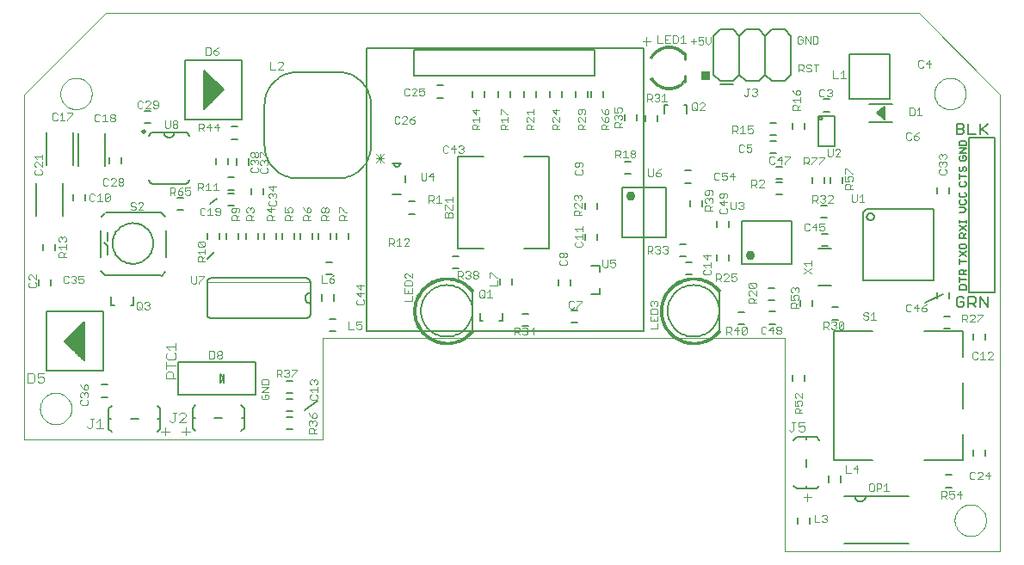
<source format=gto>
G75*
G70*
%OFA0B0*%
%FSLAX24Y24*%
%IPPOS*%
%LPD*%
%AMOC8*
5,1,8,0,0,1.08239X$1,22.5*
%
%ADD10C,0.0000*%
%ADD11C,0.0030*%
%ADD12C,0.0080*%
%ADD13R,0.0350X0.0350*%
%ADD14C,0.0040*%
%ADD15C,0.0050*%
%ADD16C,0.0060*%
%ADD17C,0.0020*%
%ADD18C,0.0010*%
%ADD19C,0.0100*%
%ADD20C,0.0362*%
D10*
X000180Y005173D02*
X011735Y005173D01*
X011735Y009110D01*
X029633Y009110D01*
X029633Y000843D01*
X037975Y000843D01*
X037975Y018559D01*
X034827Y021708D01*
X003329Y021708D01*
X000180Y018559D01*
X000180Y005173D01*
X000783Y006386D02*
X000785Y006435D01*
X000791Y006484D01*
X000801Y006532D01*
X000814Y006579D01*
X000832Y006625D01*
X000853Y006669D01*
X000877Y006712D01*
X000905Y006752D01*
X000936Y006791D01*
X000970Y006826D01*
X001007Y006859D01*
X001046Y006888D01*
X001088Y006914D01*
X001131Y006937D01*
X001177Y006956D01*
X001223Y006972D01*
X001271Y006984D01*
X001319Y006992D01*
X001368Y006996D01*
X001418Y006996D01*
X001467Y006992D01*
X001515Y006984D01*
X001563Y006972D01*
X001609Y006956D01*
X001655Y006937D01*
X001698Y006914D01*
X001740Y006888D01*
X001779Y006859D01*
X001816Y006826D01*
X001850Y006791D01*
X001881Y006752D01*
X001909Y006712D01*
X001933Y006669D01*
X001954Y006625D01*
X001972Y006579D01*
X001985Y006532D01*
X001995Y006484D01*
X002001Y006435D01*
X002003Y006386D01*
X002001Y006337D01*
X001995Y006288D01*
X001985Y006240D01*
X001972Y006193D01*
X001954Y006147D01*
X001933Y006103D01*
X001909Y006060D01*
X001881Y006020D01*
X001850Y005981D01*
X001816Y005946D01*
X001779Y005913D01*
X001740Y005884D01*
X001698Y005858D01*
X001655Y005835D01*
X001609Y005816D01*
X001563Y005800D01*
X001515Y005788D01*
X001467Y005780D01*
X001418Y005776D01*
X001368Y005776D01*
X001319Y005780D01*
X001271Y005788D01*
X001223Y005800D01*
X001177Y005816D01*
X001131Y005835D01*
X001088Y005858D01*
X001046Y005884D01*
X001007Y005913D01*
X000970Y005946D01*
X000936Y005981D01*
X000905Y006020D01*
X000877Y006060D01*
X000853Y006103D01*
X000832Y006147D01*
X000814Y006193D01*
X000801Y006240D01*
X000791Y006288D01*
X000785Y006337D01*
X000783Y006386D01*
X001570Y018591D02*
X001572Y018640D01*
X001578Y018689D01*
X001588Y018737D01*
X001601Y018784D01*
X001619Y018830D01*
X001640Y018874D01*
X001664Y018917D01*
X001692Y018957D01*
X001723Y018996D01*
X001757Y019031D01*
X001794Y019064D01*
X001833Y019093D01*
X001875Y019119D01*
X001918Y019142D01*
X001964Y019161D01*
X002010Y019177D01*
X002058Y019189D01*
X002106Y019197D01*
X002155Y019201D01*
X002205Y019201D01*
X002254Y019197D01*
X002302Y019189D01*
X002350Y019177D01*
X002396Y019161D01*
X002442Y019142D01*
X002485Y019119D01*
X002527Y019093D01*
X002566Y019064D01*
X002603Y019031D01*
X002637Y018996D01*
X002668Y018957D01*
X002696Y018917D01*
X002720Y018874D01*
X002741Y018830D01*
X002759Y018784D01*
X002772Y018737D01*
X002782Y018689D01*
X002788Y018640D01*
X002790Y018591D01*
X002788Y018542D01*
X002782Y018493D01*
X002772Y018445D01*
X002759Y018398D01*
X002741Y018352D01*
X002720Y018308D01*
X002696Y018265D01*
X002668Y018225D01*
X002637Y018186D01*
X002603Y018151D01*
X002566Y018118D01*
X002527Y018089D01*
X002485Y018063D01*
X002442Y018040D01*
X002396Y018021D01*
X002350Y018005D01*
X002302Y017993D01*
X002254Y017985D01*
X002205Y017981D01*
X002155Y017981D01*
X002106Y017985D01*
X002058Y017993D01*
X002010Y018005D01*
X001964Y018021D01*
X001918Y018040D01*
X001875Y018063D01*
X001833Y018089D01*
X001794Y018118D01*
X001757Y018151D01*
X001723Y018186D01*
X001692Y018225D01*
X001664Y018265D01*
X001640Y018308D01*
X001619Y018352D01*
X001601Y018398D01*
X001588Y018445D01*
X001578Y018493D01*
X001572Y018542D01*
X001570Y018591D01*
X035428Y018591D02*
X035430Y018640D01*
X035436Y018689D01*
X035446Y018737D01*
X035459Y018784D01*
X035477Y018830D01*
X035498Y018874D01*
X035522Y018917D01*
X035550Y018957D01*
X035581Y018996D01*
X035615Y019031D01*
X035652Y019064D01*
X035691Y019093D01*
X035733Y019119D01*
X035776Y019142D01*
X035822Y019161D01*
X035868Y019177D01*
X035916Y019189D01*
X035964Y019197D01*
X036013Y019201D01*
X036063Y019201D01*
X036112Y019197D01*
X036160Y019189D01*
X036208Y019177D01*
X036254Y019161D01*
X036300Y019142D01*
X036343Y019119D01*
X036385Y019093D01*
X036424Y019064D01*
X036461Y019031D01*
X036495Y018996D01*
X036526Y018957D01*
X036554Y018917D01*
X036578Y018874D01*
X036599Y018830D01*
X036617Y018784D01*
X036630Y018737D01*
X036640Y018689D01*
X036646Y018640D01*
X036648Y018591D01*
X036646Y018542D01*
X036640Y018493D01*
X036630Y018445D01*
X036617Y018398D01*
X036599Y018352D01*
X036578Y018308D01*
X036554Y018265D01*
X036526Y018225D01*
X036495Y018186D01*
X036461Y018151D01*
X036424Y018118D01*
X036385Y018089D01*
X036343Y018063D01*
X036300Y018040D01*
X036254Y018021D01*
X036208Y018005D01*
X036160Y017993D01*
X036112Y017985D01*
X036063Y017981D01*
X036013Y017981D01*
X035964Y017985D01*
X035916Y017993D01*
X035868Y018005D01*
X035822Y018021D01*
X035776Y018040D01*
X035733Y018063D01*
X035691Y018089D01*
X035652Y018118D01*
X035615Y018151D01*
X035581Y018186D01*
X035550Y018225D01*
X035522Y018265D01*
X035498Y018308D01*
X035477Y018352D01*
X035459Y018398D01*
X035446Y018445D01*
X035436Y018493D01*
X035430Y018542D01*
X035428Y018591D01*
X036216Y002055D02*
X036218Y002104D01*
X036224Y002153D01*
X036234Y002201D01*
X036247Y002248D01*
X036265Y002294D01*
X036286Y002338D01*
X036310Y002381D01*
X036338Y002421D01*
X036369Y002460D01*
X036403Y002495D01*
X036440Y002528D01*
X036479Y002557D01*
X036521Y002583D01*
X036564Y002606D01*
X036610Y002625D01*
X036656Y002641D01*
X036704Y002653D01*
X036752Y002661D01*
X036801Y002665D01*
X036851Y002665D01*
X036900Y002661D01*
X036948Y002653D01*
X036996Y002641D01*
X037042Y002625D01*
X037088Y002606D01*
X037131Y002583D01*
X037173Y002557D01*
X037212Y002528D01*
X037249Y002495D01*
X037283Y002460D01*
X037314Y002421D01*
X037342Y002381D01*
X037366Y002338D01*
X037387Y002294D01*
X037405Y002248D01*
X037418Y002201D01*
X037428Y002153D01*
X037434Y002104D01*
X037436Y002055D01*
X037434Y002006D01*
X037428Y001957D01*
X037418Y001909D01*
X037405Y001862D01*
X037387Y001816D01*
X037366Y001772D01*
X037342Y001729D01*
X037314Y001689D01*
X037283Y001650D01*
X037249Y001615D01*
X037212Y001582D01*
X037173Y001553D01*
X037131Y001527D01*
X037088Y001504D01*
X037042Y001485D01*
X036996Y001469D01*
X036948Y001457D01*
X036900Y001449D01*
X036851Y001445D01*
X036801Y001445D01*
X036752Y001449D01*
X036704Y001457D01*
X036656Y001469D01*
X036610Y001485D01*
X036564Y001504D01*
X036521Y001527D01*
X036479Y001553D01*
X036440Y001582D01*
X036403Y001615D01*
X036369Y001650D01*
X036338Y001689D01*
X036310Y001729D01*
X036286Y001772D01*
X036265Y001816D01*
X036247Y001862D01*
X036234Y001909D01*
X036224Y001957D01*
X036218Y002006D01*
X036216Y002055D01*
D11*
X036151Y002893D02*
X036054Y002893D01*
X036006Y002942D01*
X036006Y003039D02*
X036102Y003087D01*
X036151Y003087D01*
X036199Y003039D01*
X036199Y002942D01*
X036151Y002893D01*
X036006Y003039D02*
X036006Y003184D01*
X036199Y003184D01*
X036300Y003039D02*
X036494Y003039D01*
X036445Y003184D02*
X036300Y003039D01*
X036445Y002893D02*
X036445Y003184D01*
X035905Y003135D02*
X035905Y003039D01*
X035856Y002990D01*
X035711Y002990D01*
X035711Y002893D02*
X035711Y003184D01*
X035856Y003184D01*
X035905Y003135D01*
X035808Y002990D02*
X035905Y002893D01*
X036811Y003692D02*
X036859Y003643D01*
X036956Y003643D01*
X037005Y003692D01*
X037106Y003643D02*
X037299Y003837D01*
X037299Y003885D01*
X037251Y003934D01*
X037154Y003934D01*
X037106Y003885D01*
X037005Y003885D02*
X036956Y003934D01*
X036859Y003934D01*
X036811Y003885D01*
X036811Y003692D01*
X037106Y003643D02*
X037299Y003643D01*
X037400Y003789D02*
X037594Y003789D01*
X037545Y003934D02*
X037400Y003789D01*
X037545Y003643D02*
X037545Y003934D01*
X033677Y003188D02*
X033484Y003188D01*
X033581Y003188D02*
X033581Y003479D01*
X033484Y003382D01*
X033383Y003430D02*
X033383Y003334D01*
X033334Y003285D01*
X033189Y003285D01*
X033189Y003188D02*
X033189Y003479D01*
X033334Y003479D01*
X033383Y003430D01*
X033088Y003430D02*
X033088Y003237D01*
X033040Y003188D01*
X032943Y003188D01*
X032894Y003237D01*
X032894Y003430D01*
X032943Y003479D01*
X033040Y003479D01*
X033088Y003430D01*
X032435Y003893D02*
X032435Y004184D01*
X032290Y004039D01*
X032483Y004039D01*
X032188Y003893D02*
X031995Y003893D01*
X031995Y004184D01*
X030410Y005550D02*
X030348Y005488D01*
X030225Y005488D01*
X030163Y005550D01*
X030163Y005674D02*
X030287Y005735D01*
X030348Y005735D01*
X030410Y005674D01*
X030410Y005550D01*
X030163Y005674D02*
X030163Y005859D01*
X030410Y005859D01*
X030042Y005859D02*
X029918Y005859D01*
X029980Y005859D02*
X029980Y005550D01*
X029918Y005488D01*
X029857Y005488D01*
X029795Y005550D01*
X030020Y006205D02*
X030020Y006350D01*
X030068Y006398D01*
X030165Y006398D01*
X030213Y006350D01*
X030213Y006205D01*
X030213Y006301D02*
X030310Y006398D01*
X030262Y006499D02*
X030310Y006548D01*
X030310Y006644D01*
X030262Y006693D01*
X030165Y006693D01*
X030117Y006644D01*
X030117Y006596D01*
X030165Y006499D01*
X030020Y006499D01*
X030020Y006693D01*
X030068Y006794D02*
X030020Y006842D01*
X030020Y006939D01*
X030068Y006987D01*
X030117Y006987D01*
X030310Y006794D01*
X030310Y006987D01*
X030310Y006205D02*
X030020Y006205D01*
X029455Y009273D02*
X029359Y009273D01*
X029310Y009322D01*
X029310Y009370D01*
X029359Y009419D01*
X029455Y009419D01*
X029504Y009370D01*
X029504Y009322D01*
X029455Y009273D01*
X029455Y009419D02*
X029504Y009467D01*
X029504Y009515D01*
X029455Y009564D01*
X029359Y009564D01*
X029310Y009515D01*
X029310Y009467D01*
X029359Y009419D01*
X029209Y009419D02*
X029016Y009419D01*
X029161Y009564D01*
X029161Y009273D01*
X028915Y009322D02*
X028866Y009273D01*
X028769Y009273D01*
X028721Y009322D01*
X028721Y009515D01*
X028769Y009564D01*
X028866Y009564D01*
X028915Y009515D01*
X028154Y009505D02*
X027960Y009312D01*
X028009Y009263D01*
X028105Y009263D01*
X028154Y009312D01*
X028154Y009505D01*
X028105Y009554D01*
X028009Y009554D01*
X027960Y009505D01*
X027960Y009312D01*
X027859Y009409D02*
X027666Y009409D01*
X027811Y009554D01*
X027811Y009263D01*
X027565Y009263D02*
X027468Y009360D01*
X027516Y009360D02*
X027371Y009360D01*
X027371Y009263D02*
X027371Y009554D01*
X027516Y009554D01*
X027565Y009505D01*
X027565Y009409D01*
X027516Y009360D01*
X028230Y010475D02*
X028230Y010620D01*
X028278Y010668D01*
X028375Y010668D01*
X028423Y010620D01*
X028423Y010475D01*
X028423Y010571D02*
X028520Y010668D01*
X028520Y010769D02*
X028327Y010963D01*
X028278Y010963D01*
X028230Y010914D01*
X028230Y010818D01*
X028278Y010769D01*
X028520Y010769D02*
X028520Y010963D01*
X028472Y011064D02*
X028278Y011257D01*
X028472Y011257D01*
X028520Y011209D01*
X028520Y011112D01*
X028472Y011064D01*
X028278Y011064D01*
X028230Y011112D01*
X028230Y011209D01*
X028278Y011257D01*
X027754Y011372D02*
X027705Y011323D01*
X027609Y011323D01*
X027560Y011372D01*
X027560Y011469D02*
X027657Y011517D01*
X027705Y011517D01*
X027754Y011469D01*
X027754Y011372D01*
X027560Y011469D02*
X027560Y011614D01*
X027754Y011614D01*
X027459Y011565D02*
X027411Y011614D01*
X027314Y011614D01*
X027266Y011565D01*
X027165Y011565D02*
X027165Y011469D01*
X027116Y011420D01*
X026971Y011420D01*
X026971Y011323D02*
X026971Y011614D01*
X027116Y011614D01*
X027165Y011565D01*
X027068Y011420D02*
X027165Y011323D01*
X027266Y011323D02*
X027459Y011517D01*
X027459Y011565D01*
X027459Y011323D02*
X027266Y011323D01*
X026770Y011622D02*
X026770Y011719D01*
X026722Y011767D01*
X026770Y011868D02*
X026770Y012062D01*
X026770Y011965D02*
X026480Y011965D01*
X026577Y011868D01*
X026528Y011767D02*
X026480Y011719D01*
X026480Y011622D01*
X026528Y011573D01*
X026722Y011573D01*
X026770Y011622D01*
X026625Y012163D02*
X026625Y012356D01*
X026770Y012308D02*
X026480Y012308D01*
X026625Y012163D01*
X025104Y012447D02*
X025055Y012398D01*
X024959Y012398D01*
X024910Y012447D01*
X024809Y012447D02*
X024809Y012495D01*
X024761Y012544D01*
X024712Y012544D01*
X024761Y012544D02*
X024809Y012592D01*
X024809Y012640D01*
X024761Y012689D01*
X024664Y012689D01*
X024616Y012640D01*
X024515Y012640D02*
X024515Y012544D01*
X024466Y012495D01*
X024321Y012495D01*
X024321Y012398D02*
X024321Y012689D01*
X024466Y012689D01*
X024515Y012640D01*
X024418Y012495D02*
X024515Y012398D01*
X024616Y012447D02*
X024664Y012398D01*
X024761Y012398D01*
X024809Y012447D01*
X024910Y012640D02*
X024959Y012689D01*
X025055Y012689D01*
X025104Y012640D01*
X025104Y012592D01*
X025055Y012544D01*
X025104Y012495D01*
X025104Y012447D01*
X025055Y012544D02*
X025007Y012544D01*
X023067Y012159D02*
X022873Y012159D01*
X022873Y012014D01*
X022970Y012062D01*
X023018Y012062D01*
X023067Y012014D01*
X023067Y011917D01*
X023018Y011869D01*
X022921Y011869D01*
X022873Y011917D01*
X022772Y011917D02*
X022772Y012159D01*
X022578Y012159D02*
X022578Y011917D01*
X022627Y011869D01*
X022724Y011869D01*
X022772Y011917D01*
X021795Y012707D02*
X021747Y012658D01*
X021553Y012658D01*
X021505Y012707D01*
X021505Y012804D01*
X021553Y012852D01*
X021602Y012953D02*
X021505Y013050D01*
X021795Y013050D01*
X021795Y012953D02*
X021795Y013147D01*
X021795Y013248D02*
X021795Y013441D01*
X021795Y013345D02*
X021505Y013345D01*
X021602Y013248D01*
X021747Y012852D02*
X021795Y012804D01*
X021795Y012707D01*
X021200Y012387D02*
X021200Y012290D01*
X021151Y012242D01*
X021103Y012242D01*
X021054Y012290D01*
X021054Y012387D01*
X021103Y012435D01*
X021151Y012435D01*
X021200Y012387D01*
X021054Y012387D02*
X021006Y012435D01*
X020958Y012435D01*
X020909Y012387D01*
X020909Y012290D01*
X020958Y012242D01*
X021006Y012242D01*
X021054Y012290D01*
X020958Y012141D02*
X020909Y012092D01*
X020909Y011996D01*
X020958Y011947D01*
X021151Y011947D01*
X021200Y011996D01*
X021200Y012092D01*
X021151Y012141D01*
X021323Y010562D02*
X021275Y010513D01*
X021275Y010320D01*
X021323Y010271D01*
X021420Y010271D01*
X021468Y010320D01*
X021569Y010320D02*
X021569Y010271D01*
X021569Y010320D02*
X021763Y010513D01*
X021763Y010562D01*
X021569Y010562D01*
X021468Y010513D02*
X021420Y010562D01*
X021323Y010562D01*
X019905Y009534D02*
X019760Y009389D01*
X019954Y009389D01*
X019905Y009534D02*
X019905Y009243D01*
X019659Y009292D02*
X019611Y009243D01*
X019514Y009243D01*
X019466Y009292D01*
X019365Y009243D02*
X019268Y009340D01*
X019316Y009340D02*
X019171Y009340D01*
X019171Y009243D02*
X019171Y009534D01*
X019316Y009534D01*
X019365Y009485D01*
X019365Y009389D01*
X019316Y009340D01*
X019466Y009485D02*
X019514Y009534D01*
X019611Y009534D01*
X019659Y009485D01*
X019659Y009437D01*
X019611Y009389D01*
X019659Y009340D01*
X019659Y009292D01*
X019611Y009389D02*
X019562Y009389D01*
X018297Y010689D02*
X018103Y010689D01*
X018200Y010689D02*
X018200Y010979D01*
X018103Y010883D01*
X018002Y010931D02*
X018002Y010737D01*
X017954Y010689D01*
X017857Y010689D01*
X017809Y010737D01*
X017809Y010931D01*
X017857Y010979D01*
X017954Y010979D01*
X018002Y010931D01*
X017906Y010786D02*
X018002Y010689D01*
X018210Y011159D02*
X018500Y011159D01*
X018500Y011353D01*
X018500Y011454D02*
X018452Y011454D01*
X018258Y011647D01*
X018210Y011647D01*
X018210Y011454D01*
X017754Y011472D02*
X017705Y011423D01*
X017609Y011423D01*
X017560Y011472D01*
X017560Y011520D01*
X017609Y011569D01*
X017705Y011569D01*
X017754Y011520D01*
X017754Y011472D01*
X017705Y011569D02*
X017754Y011617D01*
X017754Y011665D01*
X017705Y011714D01*
X017609Y011714D01*
X017560Y011665D01*
X017560Y011617D01*
X017609Y011569D01*
X017459Y011617D02*
X017411Y011569D01*
X017459Y011520D01*
X017459Y011472D01*
X017411Y011423D01*
X017314Y011423D01*
X017266Y011472D01*
X017165Y011423D02*
X017068Y011520D01*
X017116Y011520D02*
X016971Y011520D01*
X016971Y011423D02*
X016971Y011714D01*
X017116Y011714D01*
X017165Y011665D01*
X017165Y011569D01*
X017116Y011520D01*
X017266Y011665D02*
X017314Y011714D01*
X017411Y011714D01*
X017459Y011665D01*
X017459Y011617D01*
X017411Y011569D02*
X017362Y011569D01*
X015195Y011636D02*
X015195Y011442D01*
X015002Y011636D01*
X014953Y011636D01*
X014905Y011588D01*
X014905Y011491D01*
X014953Y011442D01*
X014953Y011341D02*
X014905Y011293D01*
X014905Y011148D01*
X015195Y011148D01*
X015195Y011293D01*
X015147Y011341D01*
X014953Y011341D01*
X014905Y011047D02*
X014905Y010853D01*
X015195Y010853D01*
X015195Y011047D01*
X015050Y010950D02*
X015050Y010853D01*
X015195Y010752D02*
X015195Y010558D01*
X014905Y010558D01*
X013340Y010559D02*
X013340Y010462D01*
X013292Y010413D01*
X013098Y010413D01*
X013050Y010462D01*
X013050Y010559D01*
X013098Y010607D01*
X013195Y010708D02*
X013195Y010902D01*
X013195Y011003D02*
X013195Y011196D01*
X013340Y011148D02*
X013050Y011148D01*
X013195Y011003D01*
X013340Y010853D02*
X013050Y010853D01*
X013195Y010708D01*
X013292Y010607D02*
X013340Y010559D01*
X012183Y011312D02*
X012183Y011360D01*
X012135Y011409D01*
X011990Y011409D01*
X011990Y011312D01*
X012038Y011263D01*
X012135Y011263D01*
X012183Y011312D01*
X012086Y011505D02*
X011990Y011409D01*
X012086Y011505D02*
X012183Y011554D01*
X011888Y011263D02*
X011695Y011263D01*
X011695Y011554D01*
X014296Y012688D02*
X014296Y012979D01*
X014441Y012979D01*
X014490Y012930D01*
X014490Y012834D01*
X014441Y012785D01*
X014296Y012785D01*
X014393Y012785D02*
X014490Y012688D01*
X014591Y012688D02*
X014784Y012688D01*
X014687Y012688D02*
X014687Y012979D01*
X014591Y012882D01*
X014885Y012930D02*
X014934Y012979D01*
X015030Y012979D01*
X015079Y012930D01*
X015079Y012882D01*
X014885Y012688D01*
X015079Y012688D01*
X016466Y013798D02*
X016466Y013943D01*
X016515Y013991D01*
X016563Y013991D01*
X016611Y013943D01*
X016611Y013798D01*
X016756Y013798D02*
X016466Y013798D01*
X016611Y013943D02*
X016660Y013991D01*
X016708Y013991D01*
X016756Y013943D01*
X016756Y013798D01*
X016756Y014093D02*
X016756Y014286D01*
X016756Y014387D02*
X016756Y014581D01*
X016756Y014484D02*
X016466Y014484D01*
X016563Y014387D01*
X016515Y014286D02*
X016708Y014093D01*
X016756Y014093D01*
X016466Y014093D02*
X016466Y014286D01*
X016515Y014286D01*
X016333Y014363D02*
X016140Y014363D01*
X016236Y014363D02*
X016236Y014654D01*
X016140Y014557D01*
X016038Y014605D02*
X016038Y014509D01*
X015990Y014460D01*
X015845Y014460D01*
X015845Y014363D02*
X015845Y014654D01*
X015990Y014654D01*
X016038Y014605D01*
X015942Y014460D02*
X016038Y014363D01*
X015995Y015228D02*
X015995Y015519D01*
X015850Y015374D01*
X016043Y015374D01*
X015748Y015277D02*
X015748Y015519D01*
X015555Y015519D02*
X015555Y015277D01*
X015603Y015228D01*
X015700Y015228D01*
X015748Y015277D01*
X016454Y016293D02*
X016406Y016342D01*
X016406Y016535D01*
X016454Y016584D01*
X016551Y016584D01*
X016600Y016535D01*
X016701Y016439D02*
X016894Y016439D01*
X016995Y016535D02*
X017044Y016584D01*
X017140Y016584D01*
X017189Y016535D01*
X017189Y016487D01*
X017140Y016439D01*
X017189Y016390D01*
X017189Y016342D01*
X017140Y016293D01*
X017044Y016293D01*
X016995Y016342D01*
X017092Y016439D02*
X017140Y016439D01*
X016846Y016584D02*
X016701Y016439D01*
X016600Y016342D02*
X016551Y016293D01*
X016454Y016293D01*
X016846Y016293D02*
X016846Y016584D01*
X017520Y017205D02*
X017520Y017350D01*
X017568Y017398D01*
X017665Y017398D01*
X017713Y017350D01*
X017713Y017205D01*
X017713Y017301D02*
X017810Y017398D01*
X017810Y017499D02*
X017810Y017693D01*
X017810Y017596D02*
X017520Y017596D01*
X017617Y017499D01*
X017520Y017205D02*
X017810Y017205D01*
X018620Y017205D02*
X018620Y017350D01*
X018668Y017398D01*
X018765Y017398D01*
X018813Y017350D01*
X018813Y017205D01*
X018813Y017301D02*
X018910Y017398D01*
X018910Y017499D02*
X018910Y017693D01*
X018910Y017596D02*
X018620Y017596D01*
X018717Y017499D01*
X018620Y017205D02*
X018910Y017205D01*
X019620Y017205D02*
X019620Y017350D01*
X019668Y017398D01*
X019765Y017398D01*
X019813Y017350D01*
X019813Y017205D01*
X019813Y017301D02*
X019910Y017398D01*
X019910Y017499D02*
X019717Y017693D01*
X019668Y017693D01*
X019620Y017644D01*
X019620Y017548D01*
X019668Y017499D01*
X019910Y017499D02*
X019910Y017693D01*
X019910Y017794D02*
X019910Y017987D01*
X019910Y017891D02*
X019620Y017891D01*
X019717Y017794D01*
X018910Y017794D02*
X018862Y017794D01*
X018668Y017987D01*
X018620Y017987D01*
X018620Y017794D01*
X017810Y017939D02*
X017520Y017939D01*
X017665Y017794D01*
X017665Y017987D01*
X015678Y018562D02*
X015629Y018513D01*
X015533Y018513D01*
X015484Y018562D01*
X015484Y018659D02*
X015581Y018707D01*
X015629Y018707D01*
X015678Y018659D01*
X015678Y018562D01*
X015484Y018659D02*
X015484Y018804D01*
X015678Y018804D01*
X015383Y018755D02*
X015335Y018804D01*
X015238Y018804D01*
X015190Y018755D01*
X015088Y018755D02*
X015040Y018804D01*
X014943Y018804D01*
X014895Y018755D01*
X014895Y018562D01*
X014943Y018513D01*
X015040Y018513D01*
X015088Y018562D01*
X015190Y018513D02*
X015383Y018707D01*
X015383Y018755D01*
X015383Y018513D02*
X015190Y018513D01*
X015304Y017719D02*
X015207Y017670D01*
X015110Y017574D01*
X015255Y017574D01*
X015304Y017525D01*
X015304Y017477D01*
X015255Y017428D01*
X015159Y017428D01*
X015110Y017477D01*
X015110Y017574D01*
X015009Y017622D02*
X015009Y017670D01*
X014961Y017719D01*
X014864Y017719D01*
X014816Y017670D01*
X014715Y017670D02*
X014666Y017719D01*
X014569Y017719D01*
X014521Y017670D01*
X014521Y017477D01*
X014569Y017428D01*
X014666Y017428D01*
X014715Y017477D01*
X014816Y017428D02*
X015009Y017622D01*
X015009Y017428D02*
X014816Y017428D01*
X014109Y016240D02*
X013795Y015927D01*
X013795Y016084D02*
X014109Y016084D01*
X014109Y015927D02*
X013795Y016240D01*
X013952Y016240D02*
X013952Y015927D01*
X012423Y014172D02*
X012617Y013978D01*
X012665Y013978D01*
X012665Y013877D02*
X012568Y013780D01*
X012568Y013829D02*
X012568Y013683D01*
X012665Y013683D02*
X012375Y013683D01*
X012375Y013829D01*
X012423Y013877D01*
X012520Y013877D01*
X012568Y013829D01*
X012375Y013978D02*
X012375Y014172D01*
X012423Y014172D01*
X011965Y014123D02*
X011965Y014026D01*
X011917Y013978D01*
X011868Y013978D01*
X011820Y014026D01*
X011820Y014123D01*
X011868Y014172D01*
X011917Y014172D01*
X011965Y014123D01*
X011820Y014123D02*
X011772Y014172D01*
X011723Y014172D01*
X011675Y014123D01*
X011675Y014026D01*
X011723Y013978D01*
X011772Y013978D01*
X011820Y014026D01*
X011820Y013877D02*
X011868Y013829D01*
X011868Y013683D01*
X011965Y013683D02*
X011675Y013683D01*
X011675Y013829D01*
X011723Y013877D01*
X011820Y013877D01*
X011868Y013780D02*
X011965Y013877D01*
X011265Y013877D02*
X011168Y013780D01*
X011168Y013829D02*
X011168Y013683D01*
X011265Y013683D02*
X010975Y013683D01*
X010975Y013829D01*
X011023Y013877D01*
X011120Y013877D01*
X011168Y013829D01*
X011120Y013978D02*
X011120Y014123D01*
X011168Y014172D01*
X011217Y014172D01*
X011265Y014123D01*
X011265Y014026D01*
X011217Y013978D01*
X011120Y013978D01*
X011023Y014075D01*
X010975Y014172D01*
X010565Y014123D02*
X010565Y014026D01*
X010517Y013978D01*
X010420Y013978D02*
X010372Y014075D01*
X010372Y014123D01*
X010420Y014172D01*
X010517Y014172D01*
X010565Y014123D01*
X010420Y013978D02*
X010275Y013978D01*
X010275Y014172D01*
X010323Y013877D02*
X010275Y013829D01*
X010275Y013683D01*
X010565Y013683D01*
X010468Y013683D02*
X010468Y013829D01*
X010420Y013877D01*
X010323Y013877D01*
X010468Y013780D02*
X010565Y013877D01*
X009865Y013877D02*
X009768Y013780D01*
X009768Y013829D02*
X009768Y013683D01*
X009865Y013683D02*
X009575Y013683D01*
X009575Y013829D01*
X009623Y013877D01*
X009720Y013877D01*
X009768Y013829D01*
X009720Y013978D02*
X009720Y014172D01*
X009698Y014245D02*
X009892Y014245D01*
X009940Y014293D01*
X009940Y014390D01*
X009892Y014438D01*
X009892Y014539D02*
X009940Y014588D01*
X009940Y014684D01*
X009892Y014733D01*
X009843Y014733D01*
X009795Y014684D01*
X009795Y014636D01*
X009795Y014684D02*
X009747Y014733D01*
X009698Y014733D01*
X009650Y014684D01*
X009650Y014588D01*
X009698Y014539D01*
X009698Y014438D02*
X009650Y014390D01*
X009650Y014293D01*
X009698Y014245D01*
X009575Y014123D02*
X009720Y013978D01*
X009865Y014123D02*
X009575Y014123D01*
X009065Y014123D02*
X009065Y014026D01*
X009017Y013978D01*
X009065Y013877D02*
X008968Y013780D01*
X008968Y013829D02*
X008968Y013683D01*
X009065Y013683D02*
X008775Y013683D01*
X008775Y013829D01*
X008823Y013877D01*
X008920Y013877D01*
X008968Y013829D01*
X008823Y013978D02*
X008775Y014026D01*
X008775Y014123D01*
X008823Y014172D01*
X008872Y014172D01*
X008920Y014123D01*
X008968Y014172D01*
X009017Y014172D01*
X009065Y014123D01*
X008920Y014123D02*
X008920Y014075D01*
X008505Y014118D02*
X008457Y014167D01*
X008263Y014167D01*
X008215Y014118D01*
X008215Y014021D01*
X008263Y013973D01*
X008312Y013973D01*
X008360Y014021D01*
X008360Y014167D01*
X008505Y014118D02*
X008505Y014021D01*
X008457Y013973D01*
X008505Y013872D02*
X008408Y013775D01*
X008408Y013824D02*
X008408Y013678D01*
X008505Y013678D02*
X008215Y013678D01*
X008215Y013824D01*
X008263Y013872D01*
X008360Y013872D01*
X008408Y013824D01*
X007768Y013923D02*
X007768Y014116D01*
X007720Y014164D01*
X007623Y014164D01*
X007575Y014116D01*
X007575Y014068D01*
X007623Y014019D01*
X007768Y014019D01*
X007768Y013923D02*
X007720Y013874D01*
X007623Y013874D01*
X007575Y013923D01*
X007474Y013874D02*
X007280Y013874D01*
X007377Y013874D02*
X007377Y014164D01*
X007280Y014068D01*
X007179Y014116D02*
X007131Y014164D01*
X007034Y014164D01*
X006986Y014116D01*
X006986Y013923D01*
X007034Y013874D01*
X007131Y013874D01*
X007179Y013923D01*
X006559Y014668D02*
X006463Y014668D01*
X006414Y014717D01*
X006414Y014814D02*
X006511Y014862D01*
X006559Y014862D01*
X006608Y014814D01*
X006608Y014717D01*
X006559Y014668D01*
X006414Y014814D02*
X006414Y014959D01*
X006608Y014959D01*
X006313Y014959D02*
X006216Y014910D01*
X006120Y014814D01*
X006265Y014814D01*
X006313Y014765D01*
X006313Y014717D01*
X006265Y014668D01*
X006168Y014668D01*
X006120Y014717D01*
X006120Y014814D01*
X006018Y014814D02*
X006018Y014910D01*
X005970Y014959D01*
X005825Y014959D01*
X005825Y014668D01*
X005825Y014765D02*
X005970Y014765D01*
X006018Y014814D01*
X005922Y014765D02*
X006018Y014668D01*
X006905Y014843D02*
X006905Y015134D01*
X007050Y015134D01*
X007098Y015085D01*
X007098Y014989D01*
X007050Y014940D01*
X006905Y014940D01*
X007002Y014940D02*
X007098Y014843D01*
X007200Y014843D02*
X007393Y014843D01*
X007296Y014843D02*
X007296Y015134D01*
X007200Y015037D01*
X007494Y015037D02*
X007591Y015134D01*
X007591Y014843D01*
X007494Y014843D02*
X007688Y014843D01*
X008945Y015592D02*
X008993Y015543D01*
X009187Y015543D01*
X009235Y015592D01*
X009235Y015689D01*
X009187Y015737D01*
X009187Y015838D02*
X009235Y015886D01*
X009235Y015983D01*
X009187Y016032D01*
X009138Y016032D01*
X009090Y015983D01*
X009090Y015935D01*
X009090Y015983D02*
X009042Y016032D01*
X008993Y016032D01*
X008945Y015983D01*
X008945Y015886D01*
X008993Y015838D01*
X008993Y015737D02*
X008945Y015689D01*
X008945Y015592D01*
X009315Y015573D02*
X009363Y015525D01*
X009557Y015525D01*
X009605Y015573D01*
X009605Y015670D01*
X009557Y015718D01*
X009557Y015819D02*
X009605Y015868D01*
X009605Y015964D01*
X009557Y016013D01*
X009508Y016013D01*
X009460Y015964D01*
X009460Y015916D01*
X009460Y015964D02*
X009412Y016013D01*
X009363Y016013D01*
X009315Y015964D01*
X009315Y015868D01*
X009363Y015819D01*
X009363Y015718D02*
X009315Y015670D01*
X009315Y015573D01*
X009315Y016114D02*
X009315Y016307D01*
X009363Y016307D01*
X009557Y016114D01*
X009605Y016114D01*
X009235Y016181D02*
X009235Y016278D01*
X009187Y016326D01*
X009138Y016326D01*
X009090Y016278D01*
X009090Y016181D01*
X009042Y016133D01*
X008993Y016133D01*
X008945Y016181D01*
X008945Y016278D01*
X008993Y016326D01*
X009042Y016326D01*
X009090Y016278D01*
X009090Y016181D02*
X009138Y016133D01*
X009187Y016133D01*
X009235Y016181D01*
X009650Y014979D02*
X009795Y014834D01*
X009795Y015027D01*
X009940Y014979D02*
X009650Y014979D01*
X007670Y017143D02*
X007670Y017434D01*
X007525Y017289D01*
X007719Y017289D01*
X007424Y017289D02*
X007231Y017289D01*
X007376Y017434D01*
X007376Y017143D01*
X007130Y017143D02*
X007033Y017240D01*
X007081Y017240D02*
X006936Y017240D01*
X006936Y017143D02*
X006936Y017434D01*
X007081Y017434D01*
X007130Y017385D01*
X007130Y017289D01*
X007081Y017240D01*
X006118Y017312D02*
X006070Y017263D01*
X005973Y017263D01*
X005925Y017312D01*
X005925Y017360D01*
X005973Y017409D01*
X006070Y017409D01*
X006118Y017360D01*
X006118Y017312D01*
X006070Y017409D02*
X006118Y017457D01*
X006118Y017505D01*
X006070Y017554D01*
X005973Y017554D01*
X005925Y017505D01*
X005925Y017457D01*
X005973Y017409D01*
X005823Y017312D02*
X005823Y017554D01*
X005630Y017554D02*
X005630Y017312D01*
X005678Y017263D01*
X005775Y017263D01*
X005823Y017312D01*
X005305Y018024D02*
X005354Y018072D01*
X005354Y018266D01*
X005305Y018314D01*
X005209Y018314D01*
X005160Y018266D01*
X005160Y018217D01*
X005209Y018169D01*
X005354Y018169D01*
X005305Y018024D02*
X005209Y018024D01*
X005160Y018072D01*
X005059Y018024D02*
X004866Y018024D01*
X005059Y018217D01*
X005059Y018266D01*
X005011Y018314D01*
X004914Y018314D01*
X004866Y018266D01*
X004765Y018266D02*
X004716Y018314D01*
X004619Y018314D01*
X004571Y018266D01*
X004571Y018072D01*
X004619Y018024D01*
X004716Y018024D01*
X004765Y018072D01*
X003694Y017753D02*
X003694Y017705D01*
X003645Y017657D01*
X003549Y017657D01*
X003500Y017705D01*
X003500Y017753D01*
X003549Y017802D01*
X003645Y017802D01*
X003694Y017753D01*
X003645Y017657D02*
X003694Y017608D01*
X003694Y017560D01*
X003645Y017512D01*
X003549Y017512D01*
X003500Y017560D01*
X003500Y017608D01*
X003549Y017657D01*
X003399Y017512D02*
X003206Y017512D01*
X003302Y017512D02*
X003302Y017802D01*
X003206Y017705D01*
X003105Y017753D02*
X003056Y017802D01*
X002959Y017802D01*
X002911Y017753D01*
X002911Y017560D01*
X002959Y017512D01*
X003056Y017512D01*
X003105Y017560D01*
X002043Y017797D02*
X001849Y017604D01*
X001849Y017555D01*
X001748Y017555D02*
X001555Y017555D01*
X001651Y017555D02*
X001651Y017846D01*
X001555Y017749D01*
X001454Y017797D02*
X001405Y017846D01*
X001308Y017846D01*
X001260Y017797D01*
X001260Y017604D01*
X001308Y017555D01*
X001405Y017555D01*
X001454Y017604D01*
X001849Y017846D02*
X002043Y017846D01*
X002043Y017797D01*
X000863Y016236D02*
X000863Y016043D01*
X000863Y016140D02*
X000573Y016140D01*
X000670Y016043D01*
X000670Y015942D02*
X000621Y015942D01*
X000573Y015893D01*
X000573Y015797D01*
X000621Y015748D01*
X000621Y015647D02*
X000573Y015599D01*
X000573Y015502D01*
X000621Y015453D01*
X000815Y015453D01*
X000863Y015502D01*
X000863Y015599D01*
X000815Y015647D01*
X000863Y015748D02*
X000670Y015942D01*
X000863Y015942D02*
X000863Y015748D01*
X002706Y014665D02*
X002706Y014472D01*
X002754Y014423D01*
X002851Y014423D01*
X002900Y014472D01*
X003001Y014423D02*
X003194Y014423D01*
X003097Y014423D02*
X003097Y014714D01*
X003001Y014617D01*
X002900Y014665D02*
X002851Y014714D01*
X002754Y014714D01*
X002706Y014665D01*
X003295Y014665D02*
X003344Y014714D01*
X003440Y014714D01*
X003489Y014665D01*
X003295Y014472D01*
X003344Y014423D01*
X003440Y014423D01*
X003489Y014472D01*
X003489Y014665D01*
X003295Y014665D02*
X003295Y014472D01*
X003279Y015024D02*
X003375Y015024D01*
X003424Y015072D01*
X003525Y015024D02*
X003719Y015217D01*
X003719Y015266D01*
X003670Y015314D01*
X003573Y015314D01*
X003525Y015266D01*
X003424Y015266D02*
X003375Y015314D01*
X003279Y015314D01*
X003230Y015266D01*
X003230Y015072D01*
X003279Y015024D01*
X003525Y015024D02*
X003719Y015024D01*
X003820Y015072D02*
X003820Y015120D01*
X003868Y015169D01*
X003965Y015169D01*
X004013Y015120D01*
X004013Y015072D01*
X003965Y015024D01*
X003868Y015024D01*
X003820Y015072D01*
X003868Y015169D02*
X003820Y015217D01*
X003820Y015266D01*
X003868Y015314D01*
X003965Y015314D01*
X004013Y015266D01*
X004013Y015217D01*
X003965Y015169D01*
X004343Y014379D02*
X004295Y014330D01*
X004295Y014282D01*
X004343Y014234D01*
X004440Y014234D01*
X004488Y014185D01*
X004488Y014137D01*
X004440Y014088D01*
X004343Y014088D01*
X004295Y014137D01*
X004343Y014379D02*
X004440Y014379D01*
X004488Y014330D01*
X004590Y014330D02*
X004638Y014379D01*
X004735Y014379D01*
X004783Y014330D01*
X004783Y014282D01*
X004590Y014088D01*
X004783Y014088D01*
X006885Y012813D02*
X006933Y012861D01*
X007127Y012668D01*
X007175Y012716D01*
X007175Y012813D01*
X007127Y012861D01*
X006933Y012861D01*
X006885Y012813D02*
X006885Y012716D01*
X006933Y012668D01*
X007127Y012668D01*
X007175Y012567D02*
X007175Y012373D01*
X007175Y012470D02*
X006885Y012470D01*
X006982Y012373D01*
X007030Y012272D02*
X007078Y012224D01*
X007078Y012078D01*
X007175Y012078D02*
X006885Y012078D01*
X006885Y012224D01*
X006933Y012272D01*
X007030Y012272D01*
X007078Y012175D02*
X007175Y012272D01*
X007128Y011524D02*
X007128Y011475D01*
X006935Y011282D01*
X006935Y011233D01*
X006833Y011282D02*
X006833Y011524D01*
X006935Y011524D02*
X007128Y011524D01*
X006833Y011282D02*
X006785Y011233D01*
X006688Y011233D01*
X006640Y011282D01*
X006640Y011524D01*
X005020Y010470D02*
X004972Y010518D01*
X004875Y010518D01*
X004827Y010470D01*
X004725Y010470D02*
X004725Y010276D01*
X004677Y010228D01*
X004580Y010228D01*
X004532Y010276D01*
X004532Y010470D01*
X004580Y010518D01*
X004677Y010518D01*
X004725Y010470D01*
X004629Y010325D02*
X004725Y010228D01*
X004827Y010276D02*
X004875Y010228D01*
X004972Y010228D01*
X005020Y010276D01*
X005020Y010325D01*
X004972Y010373D01*
X004923Y010373D01*
X004972Y010373D02*
X005020Y010421D01*
X005020Y010470D01*
X005677Y008791D02*
X006048Y008791D01*
X006048Y008668D02*
X006048Y008914D01*
X005801Y008668D02*
X005677Y008791D01*
X005739Y008546D02*
X005677Y008484D01*
X005677Y008361D01*
X005739Y008299D01*
X005986Y008299D01*
X006048Y008361D01*
X006048Y008484D01*
X005986Y008546D01*
X005677Y008178D02*
X005677Y007931D01*
X005677Y008054D02*
X006048Y008054D01*
X005863Y007809D02*
X005924Y007748D01*
X005924Y007563D01*
X006048Y007563D02*
X005677Y007563D01*
X005677Y007748D01*
X005739Y007809D01*
X005863Y007809D01*
X007345Y008323D02*
X007345Y008614D01*
X007490Y008614D01*
X007538Y008565D01*
X007538Y008372D01*
X007490Y008323D01*
X007345Y008323D01*
X007640Y008372D02*
X007640Y008420D01*
X007688Y008469D01*
X007785Y008469D01*
X007833Y008420D01*
X007833Y008372D01*
X007785Y008323D01*
X007688Y008323D01*
X007640Y008372D01*
X007688Y008469D02*
X007640Y008517D01*
X007640Y008565D01*
X007688Y008614D01*
X007785Y008614D01*
X007833Y008565D01*
X007833Y008517D01*
X007785Y008469D01*
X009355Y007473D02*
X009355Y007328D01*
X009645Y007328D01*
X009645Y007473D01*
X009597Y007521D01*
X009403Y007521D01*
X009355Y007473D01*
X009355Y007227D02*
X009645Y007227D01*
X009355Y007033D01*
X009645Y007033D01*
X009597Y006932D02*
X009500Y006932D01*
X009500Y006835D01*
X009403Y006738D02*
X009597Y006738D01*
X009645Y006787D01*
X009645Y006884D01*
X009597Y006932D01*
X009403Y006932D02*
X009355Y006884D01*
X009355Y006787D01*
X009403Y006738D01*
X009955Y007613D02*
X009955Y007904D01*
X010100Y007904D01*
X010148Y007855D01*
X010148Y007759D01*
X010100Y007710D01*
X009955Y007710D01*
X010052Y007710D02*
X010148Y007613D01*
X010250Y007662D02*
X010298Y007613D01*
X010395Y007613D01*
X010443Y007662D01*
X010443Y007710D01*
X010395Y007759D01*
X010346Y007759D01*
X010395Y007759D02*
X010443Y007807D01*
X010443Y007855D01*
X010395Y007904D01*
X010298Y007904D01*
X010250Y007855D01*
X010544Y007904D02*
X010738Y007904D01*
X010738Y007855D01*
X010544Y007662D01*
X010544Y007613D01*
X011240Y007463D02*
X011240Y007366D01*
X011288Y007318D01*
X011385Y007415D02*
X011385Y007463D01*
X011433Y007511D01*
X011482Y007511D01*
X011530Y007463D01*
X011530Y007366D01*
X011482Y007318D01*
X011530Y007217D02*
X011530Y007023D01*
X011530Y007120D02*
X011240Y007120D01*
X011337Y007023D01*
X011288Y006922D02*
X011240Y006874D01*
X011240Y006777D01*
X011288Y006728D01*
X011482Y006728D01*
X011530Y006777D01*
X011530Y006874D01*
X011482Y006922D01*
X011385Y007463D02*
X011337Y007511D01*
X011288Y007511D01*
X011240Y007463D01*
X011200Y006211D02*
X011248Y006115D01*
X011345Y006018D01*
X011345Y006163D01*
X011393Y006211D01*
X011442Y006211D01*
X011490Y006163D01*
X011490Y006066D01*
X011442Y006018D01*
X011345Y006018D01*
X011393Y005917D02*
X011442Y005917D01*
X011490Y005868D01*
X011490Y005771D01*
X011442Y005723D01*
X011490Y005622D02*
X011393Y005525D01*
X011393Y005574D02*
X011393Y005428D01*
X011490Y005428D02*
X011200Y005428D01*
X011200Y005574D01*
X011248Y005622D01*
X011345Y005622D01*
X011393Y005574D01*
X011248Y005723D02*
X011200Y005771D01*
X011200Y005868D01*
X011248Y005917D01*
X011297Y005917D01*
X011345Y005868D01*
X011393Y005917D01*
X011345Y005868D02*
X011345Y005820D01*
X006425Y005848D02*
X006178Y005848D01*
X006425Y006095D01*
X006425Y006157D01*
X006363Y006219D01*
X006240Y006219D01*
X006178Y006157D01*
X006057Y006219D02*
X005933Y006219D01*
X005995Y006219D02*
X005995Y005910D01*
X005933Y005848D01*
X005872Y005848D01*
X005810Y005910D01*
X003230Y005623D02*
X002983Y005623D01*
X003107Y005623D02*
X003107Y005994D01*
X002983Y005870D01*
X002862Y005994D02*
X002738Y005994D01*
X002800Y005994D02*
X002800Y005685D01*
X002738Y005623D01*
X002677Y005623D01*
X002615Y005685D01*
X002592Y006528D02*
X002640Y006577D01*
X002640Y006674D01*
X002592Y006722D01*
X002592Y006823D02*
X002640Y006871D01*
X002640Y006968D01*
X002592Y007017D01*
X002543Y007017D01*
X002495Y006968D01*
X002495Y006920D01*
X002495Y006968D02*
X002447Y007017D01*
X002398Y007017D01*
X002350Y006968D01*
X002350Y006871D01*
X002398Y006823D01*
X002398Y006722D02*
X002350Y006674D01*
X002350Y006577D01*
X002398Y006528D01*
X002592Y006528D01*
X002592Y007118D02*
X002640Y007166D01*
X002640Y007263D01*
X002592Y007311D01*
X002543Y007311D01*
X002495Y007263D01*
X002495Y007118D01*
X002592Y007118D01*
X002495Y007118D02*
X002398Y007215D01*
X002350Y007311D01*
X000592Y011088D02*
X000640Y011137D01*
X000640Y011234D01*
X000592Y011282D01*
X000640Y011383D02*
X000447Y011577D01*
X000398Y011577D01*
X000350Y011528D01*
X000350Y011431D01*
X000398Y011383D01*
X000398Y011282D02*
X000350Y011234D01*
X000350Y011137D01*
X000398Y011088D01*
X000592Y011088D01*
X000640Y011383D02*
X000640Y011577D01*
X001695Y011480D02*
X001695Y011287D01*
X001743Y011238D01*
X001840Y011238D01*
X001888Y011287D01*
X001990Y011287D02*
X002038Y011238D01*
X002135Y011238D01*
X002183Y011287D01*
X002183Y011335D01*
X002135Y011384D01*
X002086Y011384D01*
X002135Y011384D02*
X002183Y011432D01*
X002183Y011480D01*
X002135Y011529D01*
X002038Y011529D01*
X001990Y011480D01*
X001888Y011480D02*
X001840Y011529D01*
X001743Y011529D01*
X001695Y011480D01*
X002284Y011529D02*
X002284Y011384D01*
X002381Y011432D01*
X002429Y011432D01*
X002478Y011384D01*
X002478Y011287D01*
X002429Y011238D01*
X002333Y011238D01*
X002284Y011287D01*
X002284Y011529D02*
X002478Y011529D01*
X001795Y012258D02*
X001505Y012258D01*
X001505Y012404D01*
X001553Y012452D01*
X001650Y012452D01*
X001698Y012404D01*
X001698Y012258D01*
X001698Y012355D02*
X001795Y012452D01*
X001795Y012553D02*
X001795Y012747D01*
X001795Y012650D02*
X001505Y012650D01*
X001602Y012553D01*
X001553Y012848D02*
X001505Y012896D01*
X001505Y012993D01*
X001553Y013041D01*
X001602Y013041D01*
X001650Y012993D01*
X001698Y013041D01*
X001747Y013041D01*
X001795Y012993D01*
X001795Y012896D01*
X001747Y012848D01*
X001650Y012945D02*
X001650Y012993D01*
X012745Y009754D02*
X012745Y009463D01*
X012938Y009463D01*
X013040Y009512D02*
X013088Y009463D01*
X013185Y009463D01*
X013233Y009512D01*
X013233Y009609D01*
X013185Y009657D01*
X013136Y009657D01*
X013040Y009609D01*
X013040Y009754D01*
X013233Y009754D01*
X021475Y013875D02*
X021475Y014020D01*
X021523Y014068D01*
X021620Y014068D01*
X021668Y014020D01*
X021668Y013875D01*
X021668Y013971D02*
X021765Y014068D01*
X021765Y014169D02*
X021572Y014363D01*
X021523Y014363D01*
X021475Y014314D01*
X021475Y014218D01*
X021523Y014169D01*
X021765Y014169D02*
X021765Y014363D01*
X021717Y014464D02*
X021765Y014512D01*
X021765Y014609D01*
X021717Y014657D01*
X021668Y014657D01*
X021620Y014609D01*
X021620Y014561D01*
X021620Y014609D02*
X021572Y014657D01*
X021523Y014657D01*
X021475Y014609D01*
X021475Y014512D01*
X021523Y014464D01*
X021475Y013875D02*
X021765Y013875D01*
X021757Y015444D02*
X021805Y015493D01*
X021805Y015589D01*
X021757Y015638D01*
X021757Y015739D02*
X021805Y015787D01*
X021805Y015884D01*
X021757Y015932D01*
X021563Y015932D01*
X021515Y015884D01*
X021515Y015787D01*
X021563Y015739D01*
X021612Y015739D01*
X021660Y015787D01*
X021660Y015932D01*
X021563Y015638D02*
X021515Y015589D01*
X021515Y015493D01*
X021563Y015444D01*
X021757Y015444D01*
X023066Y016113D02*
X023066Y016404D01*
X023211Y016404D01*
X023260Y016355D01*
X023260Y016259D01*
X023211Y016210D01*
X023066Y016210D01*
X023163Y016210D02*
X023260Y016113D01*
X023361Y016113D02*
X023554Y016113D01*
X023457Y016113D02*
X023457Y016404D01*
X023361Y016307D01*
X023655Y016307D02*
X023655Y016355D01*
X023704Y016404D01*
X023800Y016404D01*
X023849Y016355D01*
X023849Y016307D01*
X023800Y016259D01*
X023704Y016259D01*
X023655Y016307D01*
X023704Y016259D02*
X023655Y016210D01*
X023655Y016162D01*
X023704Y016113D01*
X023800Y016113D01*
X023849Y016162D01*
X023849Y016210D01*
X023800Y016259D01*
X024345Y015679D02*
X024345Y015437D01*
X024393Y015388D01*
X024490Y015388D01*
X024538Y015437D01*
X024538Y015679D01*
X024640Y015534D02*
X024736Y015630D01*
X024833Y015679D01*
X024785Y015534D02*
X024640Y015534D01*
X024640Y015437D01*
X024688Y015388D01*
X024785Y015388D01*
X024833Y015437D01*
X024833Y015485D01*
X024785Y015534D01*
X026550Y014794D02*
X026550Y014697D01*
X026598Y014649D01*
X026647Y014649D01*
X026695Y014697D01*
X026695Y014842D01*
X026792Y014842D02*
X026598Y014842D01*
X026550Y014794D01*
X026792Y014842D02*
X026840Y014794D01*
X026840Y014697D01*
X026792Y014649D01*
X026792Y014548D02*
X026840Y014499D01*
X026840Y014403D01*
X026792Y014354D01*
X026840Y014253D02*
X026743Y014156D01*
X026743Y014205D02*
X026743Y014060D01*
X026840Y014060D02*
X026550Y014060D01*
X026550Y014205D01*
X026598Y014253D01*
X026695Y014253D01*
X026743Y014205D01*
X026598Y014354D02*
X026550Y014403D01*
X026550Y014499D01*
X026598Y014548D01*
X026647Y014548D01*
X026695Y014499D01*
X026743Y014548D01*
X026792Y014548D01*
X026695Y014499D02*
X026695Y014451D01*
X027110Y014394D02*
X027255Y014249D01*
X027255Y014443D01*
X027207Y014544D02*
X027255Y014592D01*
X027255Y014737D01*
X027352Y014737D02*
X027158Y014737D01*
X027110Y014689D01*
X027110Y014592D01*
X027158Y014544D01*
X027207Y014544D01*
X027352Y014544D02*
X027400Y014592D01*
X027400Y014689D01*
X027352Y014737D01*
X027400Y014394D02*
X027110Y014394D01*
X027158Y014148D02*
X027110Y014100D01*
X027110Y014003D01*
X027158Y013955D01*
X027352Y013955D01*
X027400Y014003D01*
X027400Y014100D01*
X027352Y014148D01*
X027546Y014157D02*
X027546Y014399D01*
X027739Y014399D02*
X027739Y014157D01*
X027691Y014108D01*
X027594Y014108D01*
X027546Y014157D01*
X027840Y014157D02*
X027889Y014108D01*
X027985Y014108D01*
X028034Y014157D01*
X028034Y014205D01*
X027985Y014254D01*
X027937Y014254D01*
X027985Y014254D02*
X028034Y014302D01*
X028034Y014350D01*
X027985Y014399D01*
X027889Y014399D01*
X027840Y014350D01*
X028345Y014963D02*
X028345Y015254D01*
X028490Y015254D01*
X028538Y015205D01*
X028538Y015109D01*
X028490Y015060D01*
X028345Y015060D01*
X028442Y015060D02*
X028538Y014963D01*
X028640Y014963D02*
X028833Y015157D01*
X028833Y015205D01*
X028785Y015254D01*
X028688Y015254D01*
X028640Y015205D01*
X028640Y014963D02*
X028833Y014963D01*
X027694Y015389D02*
X027500Y015389D01*
X027645Y015534D01*
X027645Y015243D01*
X027399Y015292D02*
X027399Y015389D01*
X027351Y015437D01*
X027302Y015437D01*
X027206Y015389D01*
X027206Y015534D01*
X027399Y015534D01*
X027399Y015292D02*
X027351Y015243D01*
X027254Y015243D01*
X027206Y015292D01*
X027105Y015292D02*
X027056Y015243D01*
X026959Y015243D01*
X026911Y015292D01*
X026911Y015485D01*
X026959Y015534D01*
X027056Y015534D01*
X027105Y015485D01*
X027908Y016328D02*
X027860Y016377D01*
X027860Y016570D01*
X027908Y016619D01*
X028005Y016619D01*
X028053Y016570D01*
X028155Y016619D02*
X028155Y016474D01*
X028251Y016522D01*
X028300Y016522D01*
X028348Y016474D01*
X028348Y016377D01*
X028300Y016328D01*
X028203Y016328D01*
X028155Y016377D01*
X028053Y016377D02*
X028005Y016328D01*
X027908Y016328D01*
X028155Y016619D02*
X028348Y016619D01*
X028344Y017048D02*
X028248Y017048D01*
X028199Y017097D01*
X028199Y017194D02*
X028296Y017242D01*
X028344Y017242D01*
X028393Y017194D01*
X028393Y017097D01*
X028344Y017048D01*
X028199Y017194D02*
X028199Y017339D01*
X028393Y017339D01*
X028001Y017339D02*
X027905Y017242D01*
X027803Y017290D02*
X027755Y017339D01*
X027610Y017339D01*
X027610Y017048D01*
X027610Y017145D02*
X027755Y017145D01*
X027803Y017194D01*
X027803Y017290D01*
X027707Y017145D02*
X027803Y017048D01*
X027905Y017048D02*
X028098Y017048D01*
X028001Y017048D02*
X028001Y017339D01*
X026530Y017948D02*
X026337Y017948D01*
X026530Y018141D01*
X026530Y018190D01*
X026482Y018238D01*
X026385Y018238D01*
X026337Y018190D01*
X026235Y018190D02*
X026235Y017996D01*
X026187Y017948D01*
X026090Y017948D01*
X026042Y017996D01*
X026042Y018190D01*
X026090Y018238D01*
X026187Y018238D01*
X026235Y018190D01*
X026139Y018045D02*
X026235Y017948D01*
X025074Y018288D02*
X024880Y018288D01*
X024977Y018288D02*
X024977Y018579D01*
X024880Y018482D01*
X024779Y018482D02*
X024731Y018434D01*
X024779Y018385D01*
X024779Y018337D01*
X024731Y018288D01*
X024634Y018288D01*
X024586Y018337D01*
X024485Y018288D02*
X024388Y018385D01*
X024436Y018385D02*
X024291Y018385D01*
X024291Y018288D02*
X024291Y018579D01*
X024436Y018579D01*
X024485Y018530D01*
X024485Y018434D01*
X024436Y018385D01*
X024586Y018530D02*
X024634Y018579D01*
X024731Y018579D01*
X024779Y018530D01*
X024779Y018482D01*
X024731Y018434D02*
X024682Y018434D01*
X023325Y018013D02*
X023325Y017916D01*
X023277Y017868D01*
X023180Y017868D02*
X023132Y017965D01*
X023132Y018013D01*
X023180Y018061D01*
X023277Y018061D01*
X023325Y018013D01*
X023180Y017868D02*
X023035Y017868D01*
X023035Y018061D01*
X022810Y017939D02*
X022762Y017987D01*
X022713Y017987D01*
X022665Y017939D01*
X022665Y017794D01*
X022762Y017794D01*
X022810Y017842D01*
X022810Y017939D01*
X022665Y017794D02*
X022568Y017891D01*
X022520Y017987D01*
X021910Y017939D02*
X021862Y017987D01*
X021668Y017987D01*
X021620Y017939D01*
X021620Y017842D01*
X021668Y017794D01*
X021717Y017794D01*
X021765Y017842D01*
X021765Y017987D01*
X021910Y017939D02*
X021910Y017842D01*
X021862Y017794D01*
X021910Y017693D02*
X021910Y017499D01*
X021717Y017693D01*
X021668Y017693D01*
X021620Y017644D01*
X021620Y017548D01*
X021668Y017499D01*
X021668Y017398D02*
X021765Y017398D01*
X021813Y017350D01*
X021813Y017205D01*
X021813Y017301D02*
X021910Y017398D01*
X021910Y017205D02*
X021620Y017205D01*
X021620Y017350D01*
X021668Y017398D01*
X020910Y017398D02*
X020813Y017301D01*
X020813Y017350D02*
X020813Y017205D01*
X020910Y017205D02*
X020620Y017205D01*
X020620Y017350D01*
X020668Y017398D01*
X020765Y017398D01*
X020813Y017350D01*
X020910Y017499D02*
X020717Y017693D01*
X020668Y017693D01*
X020620Y017644D01*
X020620Y017548D01*
X020668Y017499D01*
X020910Y017499D02*
X020910Y017693D01*
X020765Y017794D02*
X020620Y017939D01*
X020910Y017939D01*
X020765Y017987D02*
X020765Y017794D01*
X019910Y017205D02*
X019620Y017205D01*
X022520Y017205D02*
X022520Y017350D01*
X022568Y017398D01*
X022665Y017398D01*
X022713Y017350D01*
X022713Y017205D01*
X022713Y017301D02*
X022810Y017398D01*
X022762Y017499D02*
X022810Y017548D01*
X022810Y017644D01*
X022762Y017693D01*
X022713Y017693D01*
X022665Y017644D01*
X022665Y017499D01*
X022762Y017499D01*
X022665Y017499D02*
X022568Y017596D01*
X022520Y017693D01*
X022520Y017205D02*
X022810Y017205D01*
X023035Y017278D02*
X023035Y017424D01*
X023083Y017472D01*
X023180Y017472D01*
X023228Y017424D01*
X023228Y017278D01*
X023325Y017278D02*
X023035Y017278D01*
X023228Y017375D02*
X023325Y017472D01*
X023277Y017573D02*
X023325Y017621D01*
X023325Y017718D01*
X023277Y017767D01*
X023228Y017767D01*
X023180Y017718D01*
X023180Y017670D01*
X023180Y017718D02*
X023132Y017767D01*
X023083Y017767D01*
X023035Y017718D01*
X023035Y017621D01*
X023083Y017573D01*
X024710Y020558D02*
X024903Y020558D01*
X025005Y020558D02*
X025198Y020558D01*
X025299Y020558D02*
X025444Y020558D01*
X025493Y020607D01*
X025493Y020800D01*
X025444Y020849D01*
X025299Y020849D01*
X025299Y020558D01*
X025101Y020704D02*
X025005Y020704D01*
X025005Y020849D02*
X025005Y020558D01*
X024710Y020558D02*
X024710Y020849D01*
X025005Y020849D02*
X025198Y020849D01*
X025594Y020752D02*
X025691Y020849D01*
X025691Y020558D01*
X025787Y020558D02*
X025594Y020558D01*
X025995Y020634D02*
X026188Y020634D01*
X026290Y020634D02*
X026386Y020682D01*
X026435Y020682D01*
X026483Y020634D01*
X026483Y020537D01*
X026435Y020488D01*
X026338Y020488D01*
X026290Y020537D01*
X026290Y020634D02*
X026290Y020779D01*
X026483Y020779D01*
X026584Y020779D02*
X026584Y020585D01*
X026681Y020488D01*
X026778Y020585D01*
X026778Y020779D01*
X026092Y020730D02*
X026092Y020537D01*
X028162Y018789D02*
X028259Y018789D01*
X028211Y018789D02*
X028211Y018547D01*
X028162Y018498D01*
X028114Y018498D01*
X028066Y018547D01*
X028360Y018547D02*
X028409Y018498D01*
X028505Y018498D01*
X028554Y018547D01*
X028554Y018595D01*
X028505Y018644D01*
X028457Y018644D01*
X028505Y018644D02*
X028554Y018692D01*
X028554Y018740D01*
X028505Y018789D01*
X028409Y018789D01*
X028360Y018740D01*
X029935Y018736D02*
X029983Y018640D01*
X030080Y018543D01*
X030080Y018688D01*
X030128Y018736D01*
X030177Y018736D01*
X030225Y018688D01*
X030225Y018591D01*
X030177Y018543D01*
X030080Y018543D01*
X030225Y018442D02*
X030225Y018248D01*
X030225Y018345D02*
X029935Y018345D01*
X030032Y018248D01*
X030080Y018147D02*
X030128Y018099D01*
X030128Y017953D01*
X030225Y017953D02*
X029935Y017953D01*
X029935Y018099D01*
X029983Y018147D01*
X030080Y018147D01*
X030128Y018050D02*
X030225Y018147D01*
X030980Y018527D02*
X031028Y018478D01*
X031125Y018478D01*
X031173Y018527D01*
X031275Y018527D02*
X031323Y018478D01*
X031420Y018478D01*
X031468Y018527D01*
X031468Y018575D01*
X031420Y018624D01*
X031371Y018624D01*
X031420Y018624D02*
X031468Y018672D01*
X031468Y018720D01*
X031420Y018769D01*
X031323Y018769D01*
X031275Y018720D01*
X031173Y018720D02*
X031125Y018769D01*
X031028Y018769D01*
X030980Y018720D01*
X030980Y018527D01*
X031511Y019193D02*
X031704Y019193D01*
X031805Y019193D02*
X031999Y019193D01*
X031902Y019193D02*
X031902Y019484D01*
X031805Y019387D01*
X031511Y019484D02*
X031511Y019193D01*
X030851Y019438D02*
X030851Y019729D01*
X030754Y019729D02*
X030948Y019729D01*
X030653Y019680D02*
X030605Y019729D01*
X030508Y019729D01*
X030460Y019680D01*
X030460Y019632D01*
X030508Y019584D01*
X030605Y019584D01*
X030653Y019535D01*
X030653Y019487D01*
X030605Y019438D01*
X030508Y019438D01*
X030460Y019487D01*
X030358Y019438D02*
X030262Y019535D01*
X030310Y019535D02*
X030165Y019535D01*
X030165Y019438D02*
X030165Y019729D01*
X030310Y019729D01*
X030358Y019680D01*
X030358Y019584D01*
X030310Y019535D01*
X030280Y020528D02*
X030328Y020577D01*
X030328Y020674D01*
X030232Y020674D01*
X030328Y020770D02*
X030280Y020819D01*
X030183Y020819D01*
X030135Y020770D01*
X030135Y020577D01*
X030183Y020528D01*
X030280Y020528D01*
X030430Y020528D02*
X030430Y020819D01*
X030623Y020528D01*
X030623Y020819D01*
X030724Y020819D02*
X030869Y020819D01*
X030918Y020770D01*
X030918Y020577D01*
X030869Y020528D01*
X030724Y020528D01*
X030724Y020819D01*
X034810Y019845D02*
X034810Y019652D01*
X034858Y019603D01*
X034955Y019603D01*
X035003Y019652D01*
X035105Y019749D02*
X035298Y019749D01*
X035250Y019894D02*
X035105Y019749D01*
X035003Y019845D02*
X034955Y019894D01*
X034858Y019894D01*
X034810Y019845D01*
X035250Y019894D02*
X035250Y019603D01*
X034851Y018044D02*
X034851Y017753D01*
X034755Y017753D02*
X034948Y017753D01*
X034755Y017947D02*
X034851Y018044D01*
X034653Y017995D02*
X034653Y017802D01*
X034605Y017753D01*
X034460Y017753D01*
X034460Y018044D01*
X034605Y018044D01*
X034653Y017995D01*
X034486Y017094D02*
X034389Y017094D01*
X034341Y017045D01*
X034341Y016852D01*
X034389Y016803D01*
X034486Y016803D01*
X034534Y016852D01*
X034635Y016852D02*
X034684Y016803D01*
X034780Y016803D01*
X034829Y016852D01*
X034829Y016900D01*
X034780Y016949D01*
X034635Y016949D01*
X034635Y016852D01*
X034635Y016949D02*
X034732Y017045D01*
X034829Y017094D01*
X034534Y017045D02*
X034486Y017094D01*
X035605Y016204D02*
X035653Y016252D01*
X035702Y016252D01*
X035750Y016204D01*
X035798Y016252D01*
X035847Y016252D01*
X035895Y016204D01*
X035895Y016107D01*
X035847Y016059D01*
X035847Y015958D02*
X035895Y015909D01*
X035895Y015813D01*
X035847Y015764D01*
X035847Y015663D02*
X035895Y015615D01*
X035895Y015518D01*
X035847Y015470D01*
X035653Y015470D01*
X035605Y015518D01*
X035605Y015615D01*
X035653Y015663D01*
X035653Y015764D02*
X035605Y015813D01*
X035605Y015909D01*
X035653Y015958D01*
X035702Y015958D01*
X035750Y015909D01*
X035798Y015958D01*
X035847Y015958D01*
X035750Y015909D02*
X035750Y015861D01*
X035653Y016059D02*
X035605Y016107D01*
X035605Y016204D01*
X035750Y016204D02*
X035750Y016156D01*
X032621Y014689D02*
X032621Y014398D01*
X032525Y014398D02*
X032718Y014398D01*
X032525Y014592D02*
X032621Y014689D01*
X032423Y014689D02*
X032423Y014447D01*
X032375Y014398D01*
X032278Y014398D01*
X032230Y014447D01*
X032230Y014689D01*
X032270Y014903D02*
X031980Y014903D01*
X031980Y015049D01*
X032028Y015097D01*
X032125Y015097D01*
X032173Y015049D01*
X032173Y014903D01*
X032173Y015000D02*
X032270Y015097D01*
X032222Y015198D02*
X032270Y015246D01*
X032270Y015343D01*
X032222Y015392D01*
X032125Y015392D01*
X032077Y015343D01*
X032077Y015295D01*
X032125Y015198D01*
X031980Y015198D01*
X031980Y015392D01*
X031980Y015493D02*
X031980Y015686D01*
X032028Y015686D01*
X032222Y015493D01*
X032270Y015493D01*
X031784Y016158D02*
X031591Y016158D01*
X031784Y016351D01*
X031784Y016400D01*
X031736Y016448D01*
X031639Y016448D01*
X031591Y016400D01*
X031489Y016448D02*
X031489Y016206D01*
X031441Y016158D01*
X031344Y016158D01*
X031296Y016206D01*
X031296Y016448D01*
X031164Y016129D02*
X031164Y016080D01*
X030970Y015887D01*
X030970Y015838D01*
X030869Y016080D02*
X030676Y015887D01*
X030676Y015838D01*
X030575Y015838D02*
X030478Y015935D01*
X030526Y015935D02*
X030381Y015935D01*
X030381Y015838D02*
X030381Y016129D01*
X030526Y016129D01*
X030575Y016080D01*
X030575Y015984D01*
X030526Y015935D01*
X030676Y016129D02*
X030869Y016129D01*
X030869Y016080D01*
X030970Y016129D02*
X031164Y016129D01*
X029828Y016105D02*
X029634Y015912D01*
X029634Y015863D01*
X029485Y015863D02*
X029485Y016154D01*
X029340Y016009D01*
X029533Y016009D01*
X029634Y016154D02*
X029828Y016154D01*
X029828Y016105D01*
X029238Y016105D02*
X029190Y016154D01*
X029093Y016154D01*
X029045Y016105D01*
X029045Y015912D01*
X029093Y015863D01*
X029190Y015863D01*
X029238Y015912D01*
X030711Y014654D02*
X030856Y014654D01*
X030905Y014605D01*
X030905Y014509D01*
X030856Y014460D01*
X030711Y014460D01*
X030711Y014363D02*
X030711Y014654D01*
X030808Y014460D02*
X030905Y014363D01*
X031006Y014412D02*
X031054Y014363D01*
X031151Y014363D01*
X031199Y014412D01*
X031199Y014460D01*
X031151Y014509D01*
X031102Y014509D01*
X031151Y014509D02*
X031199Y014557D01*
X031199Y014605D01*
X031151Y014654D01*
X031054Y014654D01*
X031006Y014605D01*
X031300Y014605D02*
X031349Y014654D01*
X031445Y014654D01*
X031494Y014605D01*
X031494Y014557D01*
X031300Y014363D01*
X031494Y014363D01*
X031178Y013564D02*
X030984Y013564D01*
X030984Y013419D01*
X031081Y013467D01*
X031129Y013467D01*
X031178Y013419D01*
X031178Y013322D01*
X031129Y013273D01*
X031033Y013273D01*
X030984Y013322D01*
X030883Y013419D02*
X030690Y013419D01*
X030835Y013564D01*
X030835Y013273D01*
X030588Y013322D02*
X030540Y013273D01*
X030443Y013273D01*
X030395Y013322D01*
X030395Y013515D01*
X030443Y013564D01*
X030540Y013564D01*
X030588Y013515D01*
X030670Y012122D02*
X030670Y011928D01*
X030670Y012025D02*
X030380Y012025D01*
X030477Y011928D01*
X030380Y011827D02*
X030670Y011633D01*
X030670Y011827D02*
X030380Y011633D01*
X030122Y011081D02*
X030170Y011033D01*
X030170Y010936D01*
X030122Y010888D01*
X030122Y010787D02*
X030170Y010738D01*
X030170Y010641D01*
X030122Y010593D01*
X030025Y010593D02*
X029977Y010690D01*
X029977Y010738D01*
X030025Y010787D01*
X030122Y010787D01*
X030025Y010593D02*
X029880Y010593D01*
X029880Y010787D01*
X029928Y010888D02*
X029880Y010936D01*
X029880Y011033D01*
X029928Y011081D01*
X029977Y011081D01*
X030025Y011033D01*
X030073Y011081D01*
X030122Y011081D01*
X030025Y011033D02*
X030025Y010985D01*
X030025Y010492D02*
X030073Y010444D01*
X030073Y010298D01*
X030170Y010298D02*
X029880Y010298D01*
X029880Y010444D01*
X029928Y010492D01*
X030025Y010492D01*
X030073Y010395D02*
X030170Y010492D01*
X031131Y009754D02*
X031276Y009754D01*
X031325Y009705D01*
X031325Y009609D01*
X031276Y009560D01*
X031131Y009560D01*
X031131Y009463D02*
X031131Y009754D01*
X031228Y009560D02*
X031325Y009463D01*
X031426Y009512D02*
X031474Y009463D01*
X031571Y009463D01*
X031619Y009512D01*
X031619Y009560D01*
X031571Y009609D01*
X031522Y009609D01*
X031571Y009609D02*
X031619Y009657D01*
X031619Y009705D01*
X031571Y009754D01*
X031474Y009754D01*
X031426Y009705D01*
X031720Y009705D02*
X031720Y009512D01*
X031914Y009705D01*
X031914Y009512D01*
X031865Y009463D01*
X031769Y009463D01*
X031720Y009512D01*
X031720Y009705D02*
X031769Y009754D01*
X031865Y009754D01*
X031914Y009705D01*
X032674Y009875D02*
X032723Y009827D01*
X032819Y009827D01*
X032868Y009875D01*
X032868Y009923D01*
X032819Y009972D01*
X032723Y009972D01*
X032674Y010020D01*
X032674Y010069D01*
X032723Y010117D01*
X032819Y010117D01*
X032868Y010069D01*
X032969Y010020D02*
X033066Y010117D01*
X033066Y009827D01*
X033162Y009827D02*
X032969Y009827D01*
X034341Y010192D02*
X034341Y010385D01*
X034389Y010434D01*
X034486Y010434D01*
X034535Y010385D01*
X034636Y010289D02*
X034829Y010289D01*
X034930Y010289D02*
X035075Y010289D01*
X035124Y010240D01*
X035124Y010192D01*
X035075Y010143D01*
X034979Y010143D01*
X034930Y010192D01*
X034930Y010289D01*
X035027Y010385D01*
X035124Y010434D01*
X034781Y010434D02*
X034636Y010289D01*
X034535Y010192D02*
X034486Y010143D01*
X034389Y010143D01*
X034341Y010192D01*
X034781Y010143D02*
X034781Y010434D01*
X036511Y010034D02*
X036511Y009743D01*
X036511Y009840D02*
X036656Y009840D01*
X036705Y009889D01*
X036705Y009985D01*
X036656Y010034D01*
X036511Y010034D01*
X036608Y009840D02*
X036705Y009743D01*
X036806Y009743D02*
X036999Y009937D01*
X036999Y009985D01*
X036951Y010034D01*
X036854Y010034D01*
X036806Y009985D01*
X036806Y009743D02*
X036999Y009743D01*
X037100Y009743D02*
X037100Y009792D01*
X037294Y009985D01*
X037294Y010034D01*
X037100Y010034D01*
X037056Y008584D02*
X036959Y008584D01*
X036911Y008535D01*
X036911Y008342D01*
X036959Y008293D01*
X037056Y008293D01*
X037105Y008342D01*
X037206Y008293D02*
X037399Y008293D01*
X037302Y008293D02*
X037302Y008584D01*
X037206Y008487D01*
X037105Y008535D02*
X037056Y008584D01*
X037500Y008535D02*
X037549Y008584D01*
X037645Y008584D01*
X037694Y008535D01*
X037694Y008487D01*
X037500Y008293D01*
X037694Y008293D01*
X028520Y010475D02*
X028230Y010475D01*
X024715Y010508D02*
X024715Y010411D01*
X024667Y010362D01*
X024667Y010261D02*
X024473Y010261D01*
X024425Y010213D01*
X024425Y010068D01*
X024715Y010068D01*
X024715Y010213D01*
X024667Y010261D01*
X024473Y010362D02*
X024425Y010411D01*
X024425Y010508D01*
X024473Y010556D01*
X024522Y010556D01*
X024570Y010508D01*
X024618Y010556D01*
X024667Y010556D01*
X024715Y010508D01*
X024570Y010508D02*
X024570Y010459D01*
X024715Y009967D02*
X024715Y009773D01*
X024425Y009773D01*
X024425Y009967D01*
X024570Y009870D02*
X024570Y009773D01*
X024715Y009672D02*
X024715Y009478D01*
X024425Y009478D01*
X030785Y002264D02*
X030785Y001973D01*
X030978Y001973D01*
X031080Y002022D02*
X031128Y001973D01*
X031225Y001973D01*
X031273Y002022D01*
X031273Y002070D01*
X031225Y002119D01*
X031176Y002119D01*
X031225Y002119D02*
X031273Y002167D01*
X031273Y002215D01*
X031225Y002264D01*
X031128Y002264D01*
X031080Y002215D01*
X010189Y019536D02*
X009995Y019536D01*
X010189Y019730D01*
X010189Y019778D01*
X010140Y019826D01*
X010044Y019826D01*
X009995Y019778D01*
X009894Y019536D02*
X009701Y019536D01*
X009701Y019826D01*
X007699Y020142D02*
X007699Y020190D01*
X007650Y020239D01*
X007505Y020239D01*
X007505Y020142D01*
X007554Y020093D01*
X007650Y020093D01*
X007699Y020142D01*
X007602Y020335D02*
X007505Y020239D01*
X007602Y020335D02*
X007699Y020384D01*
X007404Y020335D02*
X007356Y020384D01*
X007211Y020384D01*
X007211Y020093D01*
X007356Y020093D01*
X007404Y020142D01*
X007404Y020335D01*
D12*
X003307Y017063D02*
X003307Y015804D01*
X002283Y015804D02*
X002283Y017063D01*
X002062Y017083D02*
X002062Y015824D01*
X001038Y015824D02*
X001038Y017083D01*
X000648Y015108D02*
X000648Y013849D01*
X001672Y013849D02*
X001672Y015108D01*
X003156Y013813D02*
X003313Y013970D01*
X003341Y013982D02*
X005459Y013982D01*
X005467Y013990D02*
X005624Y013833D01*
X005656Y013273D02*
X005656Y012246D01*
X005644Y011695D02*
X005486Y011537D01*
X005459Y011541D02*
X003301Y011541D01*
X003301Y011549D02*
X003144Y011707D01*
X003136Y012246D02*
X003136Y013273D01*
X003593Y012785D02*
X003595Y012841D01*
X003601Y012896D01*
X003611Y012950D01*
X003624Y013004D01*
X003642Y013057D01*
X003663Y013108D01*
X003687Y013158D01*
X003715Y013206D01*
X003747Y013252D01*
X003781Y013296D01*
X003819Y013337D01*
X003859Y013375D01*
X003902Y013410D01*
X003947Y013442D01*
X003995Y013471D01*
X004044Y013497D01*
X004095Y013519D01*
X004147Y013537D01*
X004201Y013551D01*
X004256Y013562D01*
X004311Y013569D01*
X004366Y013572D01*
X004422Y013571D01*
X004477Y013566D01*
X004532Y013557D01*
X004586Y013545D01*
X004639Y013528D01*
X004691Y013508D01*
X004741Y013484D01*
X004789Y013457D01*
X004836Y013427D01*
X004880Y013393D01*
X004922Y013356D01*
X004960Y013316D01*
X004997Y013274D01*
X005030Y013229D01*
X005059Y013183D01*
X005086Y013134D01*
X005108Y013083D01*
X005128Y013031D01*
X005143Y012977D01*
X005155Y012923D01*
X005163Y012868D01*
X005167Y012813D01*
X005167Y012757D01*
X005163Y012702D01*
X005155Y012647D01*
X005143Y012593D01*
X005128Y012539D01*
X005108Y012487D01*
X005086Y012436D01*
X005059Y012387D01*
X005030Y012341D01*
X004997Y012296D01*
X004960Y012254D01*
X004922Y012214D01*
X004880Y012177D01*
X004836Y012143D01*
X004789Y012113D01*
X004741Y012086D01*
X004691Y012062D01*
X004639Y012042D01*
X004586Y012025D01*
X004532Y012013D01*
X004477Y012004D01*
X004422Y011999D01*
X004366Y011998D01*
X004311Y012001D01*
X004256Y012008D01*
X004201Y012019D01*
X004147Y012033D01*
X004095Y012051D01*
X004044Y012073D01*
X003995Y012099D01*
X003947Y012128D01*
X003902Y012160D01*
X003859Y012195D01*
X003819Y012233D01*
X003781Y012274D01*
X003747Y012318D01*
X003715Y012364D01*
X003687Y012412D01*
X003663Y012462D01*
X003642Y012513D01*
X003624Y012566D01*
X003611Y012620D01*
X003601Y012674D01*
X003595Y012729D01*
X003593Y012785D01*
X003547Y010713D02*
X003547Y010398D01*
X003665Y010398D01*
X004295Y010398D02*
X004413Y010398D01*
X004413Y010713D01*
X007260Y012173D02*
X007520Y012453D01*
X007380Y014313D02*
X007640Y014513D01*
X017540Y010923D02*
X017540Y009423D01*
X017827Y009778D02*
X017827Y010093D01*
X017827Y009778D02*
X017945Y009778D01*
X018575Y009778D02*
X018693Y009778D01*
X018693Y010093D01*
X022141Y010824D02*
X022456Y010824D01*
X022456Y011060D01*
X022456Y011690D02*
X022456Y011926D01*
X022141Y011926D01*
X023334Y013009D02*
X023334Y014938D01*
X025026Y014938D01*
X025026Y013009D01*
X023334Y013009D01*
X027100Y010923D02*
X027100Y009423D01*
X030929Y011160D02*
X031441Y011160D01*
X029895Y011977D02*
X027965Y011977D01*
X027965Y013670D01*
X029895Y013670D01*
X029895Y011977D01*
X030929Y012577D02*
X031441Y012577D01*
X035080Y010473D02*
X035780Y010823D01*
X036289Y010664D02*
X036289Y010384D01*
X036359Y010313D01*
X036499Y010313D01*
X036569Y010384D01*
X036569Y010524D01*
X036429Y010524D01*
X036569Y010664D02*
X036499Y010734D01*
X036359Y010734D01*
X036289Y010664D01*
X036749Y010734D02*
X036749Y010313D01*
X036749Y010454D02*
X036959Y010454D01*
X037029Y010524D01*
X037029Y010664D01*
X036959Y010734D01*
X036749Y010734D01*
X037210Y010734D02*
X037490Y010313D01*
X037490Y010734D01*
X037210Y010734D02*
X037210Y010313D01*
X037029Y010313D02*
X036889Y010454D01*
X030980Y005163D02*
X030870Y005273D01*
X030480Y005273D01*
X030090Y005273D01*
X029980Y005163D01*
X030480Y005173D02*
X030480Y005273D01*
X030480Y004423D02*
X030480Y004123D01*
X030480Y003373D02*
X030480Y003273D01*
X030870Y003273D01*
X030980Y003383D01*
X030480Y003273D02*
X030090Y003273D01*
X029980Y003383D01*
X011520Y006693D02*
X011020Y006313D01*
X008690Y006398D02*
X008690Y006008D01*
X008690Y005618D01*
X008580Y005508D01*
X008590Y006008D02*
X008690Y006008D01*
X008690Y006398D02*
X008580Y006508D01*
X007840Y006008D02*
X007540Y006008D01*
X006790Y006008D02*
X006690Y006008D01*
X006690Y005618D01*
X006800Y005508D01*
X006690Y006008D02*
X006690Y006398D01*
X006800Y006508D01*
X005445Y006383D02*
X005445Y005993D01*
X005445Y005603D01*
X005335Y005493D01*
X005345Y005993D02*
X005445Y005993D01*
X005445Y006383D02*
X005335Y006493D01*
X004595Y005993D02*
X004295Y005993D01*
X003545Y005993D02*
X003445Y005993D01*
X003445Y005603D01*
X003555Y005493D01*
X003445Y005993D02*
X003445Y006383D01*
X003555Y006493D01*
X024977Y017834D02*
X024977Y018149D01*
X025095Y018149D01*
X025725Y018149D02*
X025843Y018149D01*
X025843Y017834D01*
X027130Y018942D02*
X027630Y018942D01*
X027630Y019073D02*
X027130Y019073D01*
X026880Y019323D01*
X026880Y020823D01*
X027130Y021073D01*
X027630Y021073D01*
X027880Y020823D01*
X027880Y019323D01*
X028130Y019073D01*
X028630Y019073D01*
X028880Y019323D01*
X028880Y020823D01*
X029130Y021073D01*
X029630Y021073D01*
X029880Y020823D01*
X029880Y019323D01*
X029630Y019073D01*
X029130Y019073D01*
X028880Y019323D01*
X027880Y019323D02*
X027630Y019073D01*
X027880Y020823D02*
X028130Y021073D01*
X028630Y021073D01*
X028880Y020823D01*
X036289Y017434D02*
X036289Y017013D01*
X036499Y017013D01*
X036569Y017084D01*
X036569Y017154D01*
X036499Y017224D01*
X036289Y017224D01*
X036289Y017434D02*
X036499Y017434D01*
X036569Y017364D01*
X036569Y017294D01*
X036499Y017224D01*
X036749Y017434D02*
X036749Y017013D01*
X037029Y017013D01*
X037210Y017013D02*
X037210Y017434D01*
X037280Y017224D02*
X037490Y017013D01*
X037210Y017154D02*
X037490Y017434D01*
D13*
X026555Y019298D03*
D14*
X024427Y020624D02*
X024120Y020624D01*
X024273Y020777D02*
X024273Y020470D01*
X000927Y007754D02*
X000687Y007754D01*
X000687Y007574D01*
X000807Y007634D01*
X000867Y007634D01*
X000927Y007574D01*
X000927Y007454D01*
X000867Y007393D01*
X000747Y007393D01*
X000687Y007454D01*
X000559Y007454D02*
X000559Y007694D01*
X000499Y007754D01*
X000318Y007754D01*
X000318Y007393D01*
X000499Y007393D01*
X000559Y007454D01*
X005480Y005504D02*
X005787Y005504D01*
X005633Y005657D02*
X005633Y005350D01*
X006280Y005504D02*
X006587Y005504D01*
X006433Y005657D02*
X006433Y005350D01*
X030360Y002944D02*
X030667Y002944D01*
X030513Y003097D02*
X030513Y002790D01*
D15*
X031538Y004374D02*
X031538Y009374D01*
X033038Y009374D01*
X035038Y009374D02*
X036538Y009374D01*
X036538Y008374D01*
X036538Y007374D02*
X036538Y006374D01*
X036538Y005374D02*
X036538Y004374D01*
X035038Y004374D01*
X033038Y004374D02*
X031538Y004374D01*
X024177Y009403D02*
X013429Y009403D01*
X013429Y020347D01*
X013862Y020347D01*
X017208Y020347D01*
X021539Y020347D01*
X022720Y020347D01*
X024177Y020347D01*
X024177Y009403D01*
X020512Y012602D02*
X019527Y012602D01*
X020512Y012602D02*
X020512Y016145D01*
X019527Y016145D01*
X017953Y016145D02*
X016968Y016145D01*
X016968Y012602D01*
X017953Y012602D01*
X012320Y015306D02*
X010770Y015306D01*
X010700Y015308D01*
X010631Y015314D01*
X010562Y015323D01*
X010493Y015336D01*
X010426Y015353D01*
X010359Y015373D01*
X010294Y015397D01*
X010230Y015425D01*
X010167Y015456D01*
X010106Y015490D01*
X010048Y015528D01*
X009991Y015568D01*
X009937Y015612D01*
X009885Y015659D01*
X009836Y015708D01*
X009789Y015760D01*
X009745Y015814D01*
X009705Y015871D01*
X009667Y015929D01*
X009633Y015990D01*
X009602Y016053D01*
X009574Y016117D01*
X009550Y016182D01*
X009530Y016249D01*
X009513Y016316D01*
X009500Y016385D01*
X009491Y016454D01*
X009485Y016523D01*
X009483Y016593D01*
X009483Y018143D01*
X008600Y017598D02*
X008600Y019898D01*
X006400Y019898D01*
X006400Y017598D01*
X008600Y017598D01*
X007517Y018366D02*
X007150Y018366D01*
X007150Y018414D02*
X007566Y018414D01*
X007614Y018463D02*
X007150Y018463D01*
X007150Y018511D02*
X007663Y018511D01*
X007711Y018560D02*
X007150Y018560D01*
X007150Y018608D02*
X007760Y018608D01*
X007808Y018657D02*
X007150Y018657D01*
X007150Y018705D02*
X007857Y018705D01*
X007900Y018748D02*
X007150Y017998D01*
X007150Y019498D01*
X007900Y018748D01*
X007895Y018754D02*
X007150Y018754D01*
X007150Y018802D02*
X007846Y018802D01*
X007798Y018851D02*
X007150Y018851D01*
X007150Y018899D02*
X007749Y018899D01*
X007701Y018948D02*
X007150Y018948D01*
X007150Y018996D02*
X007652Y018996D01*
X007604Y019045D02*
X007150Y019045D01*
X007150Y019093D02*
X007555Y019093D01*
X007507Y019142D02*
X007150Y019142D01*
X007150Y019190D02*
X007458Y019190D01*
X007410Y019239D02*
X007150Y019239D01*
X007150Y019287D02*
X007361Y019287D01*
X007313Y019336D02*
X007150Y019336D01*
X007150Y019384D02*
X007264Y019384D01*
X007216Y019433D02*
X007150Y019433D01*
X007150Y019481D02*
X007167Y019481D01*
X007150Y018317D02*
X007469Y018317D01*
X007420Y018269D02*
X007150Y018269D01*
X007150Y018220D02*
X007372Y018220D01*
X007323Y018172D02*
X007150Y018172D01*
X007150Y018123D02*
X007275Y018123D01*
X007226Y018075D02*
X007150Y018075D01*
X007150Y018026D02*
X007178Y018026D01*
X004745Y017122D02*
X004747Y017136D01*
X004753Y017150D01*
X004761Y017162D01*
X004773Y017170D01*
X004787Y017176D01*
X004801Y017178D01*
X004815Y017176D01*
X004829Y017170D01*
X004841Y017162D01*
X004849Y017150D01*
X004855Y017136D01*
X004857Y017122D01*
X004855Y017108D01*
X004849Y017094D01*
X004841Y017082D01*
X004829Y017074D01*
X004815Y017068D01*
X004801Y017066D01*
X004787Y017068D01*
X004773Y017074D01*
X004761Y017082D01*
X004753Y017094D01*
X004747Y017108D01*
X004745Y017122D01*
X009483Y018143D02*
X009485Y018213D01*
X009491Y018282D01*
X009500Y018351D01*
X009513Y018420D01*
X009530Y018487D01*
X009550Y018554D01*
X009574Y018619D01*
X009602Y018683D01*
X009633Y018746D01*
X009667Y018807D01*
X009705Y018865D01*
X009745Y018922D01*
X009789Y018976D01*
X009836Y019028D01*
X009885Y019077D01*
X009937Y019124D01*
X009991Y019168D01*
X010048Y019208D01*
X010106Y019246D01*
X010167Y019280D01*
X010230Y019311D01*
X010294Y019339D01*
X010359Y019363D01*
X010426Y019383D01*
X010493Y019400D01*
X010562Y019413D01*
X010631Y019422D01*
X010700Y019428D01*
X010770Y019430D01*
X010770Y019431D02*
X012320Y019431D01*
X012320Y019430D02*
X012390Y019428D01*
X012459Y019422D01*
X012528Y019413D01*
X012597Y019400D01*
X012664Y019383D01*
X012731Y019363D01*
X012796Y019339D01*
X012860Y019311D01*
X012923Y019280D01*
X012984Y019246D01*
X013042Y019208D01*
X013099Y019168D01*
X013153Y019124D01*
X013205Y019077D01*
X013254Y019028D01*
X013301Y018976D01*
X013345Y018922D01*
X013385Y018865D01*
X013423Y018807D01*
X013457Y018746D01*
X013488Y018683D01*
X013516Y018619D01*
X013540Y018554D01*
X013560Y018487D01*
X013577Y018420D01*
X013590Y018351D01*
X013599Y018282D01*
X013605Y018213D01*
X013607Y018143D01*
X013607Y016593D01*
X013605Y016523D01*
X013599Y016454D01*
X013590Y016385D01*
X013577Y016316D01*
X013560Y016249D01*
X013540Y016182D01*
X013516Y016117D01*
X013488Y016053D01*
X013457Y015990D01*
X013423Y015929D01*
X013385Y015871D01*
X013345Y015814D01*
X013301Y015760D01*
X013254Y015708D01*
X013205Y015659D01*
X013153Y015612D01*
X013099Y015568D01*
X013042Y015528D01*
X012984Y015490D01*
X012923Y015456D01*
X012860Y015425D01*
X012796Y015397D01*
X012731Y015373D01*
X012664Y015353D01*
X012597Y015336D01*
X012528Y015323D01*
X012459Y015314D01*
X012390Y015308D01*
X012320Y015306D01*
X015283Y019296D02*
X022283Y019296D01*
X022283Y020296D01*
X015283Y020296D01*
X015283Y019296D01*
X003394Y013224D02*
X003394Y012876D01*
X003254Y012829D02*
X003394Y012689D01*
X003394Y012364D01*
X003235Y010153D02*
X001035Y010153D01*
X001035Y007853D01*
X003235Y007853D01*
X003235Y010153D01*
X002485Y009753D02*
X002485Y008253D01*
X001735Y009003D01*
X002485Y009753D01*
X002485Y009732D02*
X002464Y009732D01*
X002485Y009684D02*
X002416Y009684D01*
X002367Y009635D02*
X002485Y009635D01*
X002485Y009587D02*
X002319Y009587D01*
X002270Y009538D02*
X002485Y009538D01*
X002485Y009490D02*
X002222Y009490D01*
X002173Y009441D02*
X002485Y009441D01*
X002485Y009393D02*
X002125Y009393D01*
X002076Y009344D02*
X002485Y009344D01*
X002485Y009296D02*
X002028Y009296D01*
X001979Y009247D02*
X002485Y009247D01*
X002485Y009199D02*
X001931Y009199D01*
X001882Y009150D02*
X002485Y009150D01*
X002485Y009102D02*
X001834Y009102D01*
X001785Y009053D02*
X002485Y009053D01*
X002485Y009005D02*
X001737Y009005D01*
X001782Y008956D02*
X002485Y008956D01*
X002485Y008908D02*
X001830Y008908D01*
X001879Y008859D02*
X002485Y008859D01*
X002485Y008811D02*
X001927Y008811D01*
X001976Y008762D02*
X002485Y008762D01*
X002485Y008714D02*
X002024Y008714D01*
X002073Y008665D02*
X002485Y008665D01*
X002485Y008617D02*
X002121Y008617D01*
X002170Y008568D02*
X002485Y008568D01*
X002485Y008520D02*
X002218Y008520D01*
X002267Y008471D02*
X002485Y008471D01*
X002485Y008423D02*
X002315Y008423D01*
X002364Y008374D02*
X002485Y008374D01*
X002485Y008326D02*
X002412Y008326D01*
X002461Y008277D02*
X002485Y008277D01*
X006128Y008188D02*
X006128Y007010D01*
X006128Y007032D01*
X006128Y007010D02*
X006128Y006929D01*
X009122Y006929D01*
X009122Y008010D01*
X009122Y008188D01*
X006128Y008188D01*
X007755Y007733D02*
X007755Y007383D01*
X007905Y007558D01*
X007755Y007733D01*
X007905Y007733D02*
X007905Y007383D01*
X009122Y008010D02*
X009122Y008107D01*
X030950Y016548D02*
X031580Y016548D01*
X031580Y017729D01*
X030950Y017729D01*
X030950Y016548D01*
X030973Y017650D02*
X030975Y017664D01*
X030981Y017678D01*
X030989Y017690D01*
X031001Y017698D01*
X031015Y017704D01*
X031029Y017706D01*
X031043Y017704D01*
X031057Y017698D01*
X031069Y017690D01*
X031077Y017678D01*
X031083Y017664D01*
X031085Y017650D01*
X031083Y017636D01*
X031077Y017622D01*
X031069Y017610D01*
X031057Y017602D01*
X031043Y017596D01*
X031029Y017594D01*
X031015Y017596D01*
X031001Y017602D01*
X030989Y017610D01*
X030981Y017622D01*
X030975Y017636D01*
X030973Y017650D01*
X032128Y018392D02*
X032128Y020125D01*
X033702Y020125D01*
X033702Y018392D01*
X032128Y018392D01*
X032915Y018188D02*
X033815Y018188D01*
X033515Y018088D02*
X033515Y018038D01*
X033465Y017638D01*
X033265Y017838D01*
X033515Y017988D01*
X033465Y017688D01*
X033315Y017838D01*
X033465Y017938D01*
X033465Y017888D01*
X033415Y017788D01*
X033415Y017838D01*
X033415Y017788D02*
X033365Y017838D01*
X033465Y017888D01*
X033465Y017738D01*
X033415Y017788D01*
X033215Y017838D02*
X033515Y017588D01*
X033515Y017988D01*
X033515Y018038D01*
X033215Y017838D01*
X033515Y018088D01*
X033815Y017488D02*
X032915Y017488D01*
X036385Y016723D02*
X036385Y016588D01*
X036655Y016588D01*
X036655Y016723D01*
X036610Y016768D01*
X036430Y016768D01*
X036385Y016723D01*
X036385Y016473D02*
X036655Y016473D01*
X036385Y016293D01*
X036655Y016293D01*
X036610Y016179D02*
X036520Y016179D01*
X036520Y016089D01*
X036610Y016179D02*
X036655Y016134D01*
X036655Y016043D01*
X036610Y015998D01*
X036430Y015998D01*
X036385Y016043D01*
X036385Y016134D01*
X036430Y016179D01*
X036430Y015768D02*
X036385Y015723D01*
X036385Y015633D01*
X036430Y015588D01*
X036475Y015588D01*
X036520Y015633D01*
X036520Y015723D01*
X036565Y015768D01*
X036610Y015768D01*
X036655Y015723D01*
X036655Y015633D01*
X036610Y015588D01*
X036655Y015383D02*
X036385Y015383D01*
X036385Y015293D02*
X036385Y015473D01*
X036430Y015179D02*
X036385Y015134D01*
X036385Y015043D01*
X036430Y014998D01*
X036610Y014998D01*
X036655Y015043D01*
X036655Y015134D01*
X036610Y015179D01*
X036610Y014768D02*
X036655Y014723D01*
X036655Y014633D01*
X036610Y014588D01*
X036430Y014588D01*
X036385Y014633D01*
X036385Y014723D01*
X036430Y014768D01*
X036430Y014473D02*
X036385Y014428D01*
X036385Y014338D01*
X036430Y014293D01*
X036610Y014293D01*
X036655Y014338D01*
X036655Y014428D01*
X036610Y014473D01*
X036565Y014179D02*
X036385Y014179D01*
X036565Y014179D02*
X036655Y014089D01*
X036565Y013998D01*
X036385Y013998D01*
X036385Y013678D02*
X036385Y013588D01*
X036385Y013633D02*
X036655Y013633D01*
X036655Y013588D02*
X036655Y013678D01*
X036655Y013473D02*
X036385Y013293D01*
X036430Y013179D02*
X036520Y013179D01*
X036565Y013134D01*
X036565Y012998D01*
X036655Y012998D02*
X036385Y012998D01*
X036385Y013134D01*
X036430Y013179D01*
X036565Y013089D02*
X036655Y013179D01*
X036655Y013293D02*
X036385Y013473D01*
X036430Y012768D02*
X036385Y012723D01*
X036385Y012633D01*
X036430Y012588D01*
X036610Y012588D01*
X036655Y012633D01*
X036655Y012723D01*
X036610Y012768D01*
X036430Y012768D01*
X036385Y012473D02*
X036655Y012293D01*
X036655Y012473D02*
X036385Y012293D01*
X036385Y012179D02*
X036385Y011998D01*
X036385Y012089D02*
X036655Y012089D01*
X036655Y011768D02*
X036565Y011678D01*
X036565Y011723D02*
X036565Y011588D01*
X036655Y011588D02*
X036385Y011588D01*
X036385Y011723D01*
X036430Y011768D01*
X036520Y011768D01*
X036565Y011723D01*
X036385Y011473D02*
X036385Y011293D01*
X036385Y011383D02*
X036655Y011383D01*
X036610Y011179D02*
X036430Y011179D01*
X036385Y011134D01*
X036385Y010998D01*
X036655Y010998D01*
X036655Y011134D01*
X036610Y011179D01*
X036780Y010873D02*
X037780Y010873D01*
X037780Y016873D01*
X036780Y016873D01*
X036780Y010873D01*
D16*
X036016Y010892D02*
X036016Y010655D01*
X035544Y010655D02*
X035544Y010892D01*
X035415Y011364D02*
X032655Y011364D01*
X032655Y013984D01*
X032795Y014123D01*
X035415Y014123D01*
X035415Y011364D01*
X035812Y009960D02*
X036048Y009960D01*
X036048Y009487D02*
X035812Y009487D01*
X036944Y009292D02*
X036944Y009055D01*
X037416Y009055D02*
X037416Y009292D01*
X031698Y009837D02*
X031462Y009837D01*
X031462Y010310D02*
X031698Y010310D01*
X030716Y010355D02*
X030716Y010592D01*
X030244Y010592D02*
X030244Y010355D01*
X029268Y010140D02*
X029032Y010140D01*
X029012Y010587D02*
X029248Y010587D01*
X029248Y011060D02*
X029012Y011060D01*
X028058Y010130D02*
X027822Y010130D01*
X027822Y009657D02*
X028058Y009657D01*
X029032Y009667D02*
X029268Y009667D01*
X025100Y010173D02*
X025102Y010236D01*
X025108Y010298D01*
X025118Y010360D01*
X025131Y010422D01*
X025149Y010482D01*
X025170Y010541D01*
X025195Y010599D01*
X025224Y010655D01*
X025256Y010709D01*
X025291Y010761D01*
X025329Y010810D01*
X025371Y010858D01*
X025415Y010902D01*
X025463Y010944D01*
X025512Y010982D01*
X025564Y011017D01*
X025618Y011049D01*
X025674Y011078D01*
X025732Y011103D01*
X025791Y011124D01*
X025851Y011142D01*
X025913Y011155D01*
X025975Y011165D01*
X026037Y011171D01*
X026100Y011173D01*
X026163Y011171D01*
X026225Y011165D01*
X026287Y011155D01*
X026349Y011142D01*
X026409Y011124D01*
X026468Y011103D01*
X026526Y011078D01*
X026582Y011049D01*
X026636Y011017D01*
X026688Y010982D01*
X026737Y010944D01*
X026785Y010902D01*
X026829Y010858D01*
X026871Y010810D01*
X026909Y010761D01*
X026944Y010709D01*
X026976Y010655D01*
X027005Y010599D01*
X027030Y010541D01*
X027051Y010482D01*
X027069Y010422D01*
X027082Y010360D01*
X027092Y010298D01*
X027098Y010236D01*
X027100Y010173D01*
X027098Y010110D01*
X027092Y010048D01*
X027082Y009986D01*
X027069Y009924D01*
X027051Y009864D01*
X027030Y009805D01*
X027005Y009747D01*
X026976Y009691D01*
X026944Y009637D01*
X026909Y009585D01*
X026871Y009536D01*
X026829Y009488D01*
X026785Y009444D01*
X026737Y009402D01*
X026688Y009364D01*
X026636Y009329D01*
X026582Y009297D01*
X026526Y009268D01*
X026468Y009243D01*
X026409Y009222D01*
X026349Y009204D01*
X026287Y009191D01*
X026225Y009181D01*
X026163Y009175D01*
X026100Y009173D01*
X026037Y009175D01*
X025975Y009181D01*
X025913Y009191D01*
X025851Y009204D01*
X025791Y009222D01*
X025732Y009243D01*
X025674Y009268D01*
X025618Y009297D01*
X025564Y009329D01*
X025512Y009364D01*
X025463Y009402D01*
X025415Y009444D01*
X025371Y009488D01*
X025329Y009536D01*
X025291Y009585D01*
X025256Y009637D01*
X025224Y009691D01*
X025195Y009747D01*
X025170Y009805D01*
X025149Y009864D01*
X025131Y009924D01*
X025118Y009986D01*
X025108Y010048D01*
X025102Y010110D01*
X025100Y010173D01*
X025787Y011587D02*
X026023Y011587D01*
X026023Y012060D02*
X025787Y012060D01*
X025798Y012282D02*
X025562Y012282D01*
X025562Y012755D02*
X025798Y012755D01*
X026994Y012342D02*
X026994Y012105D01*
X027466Y012105D02*
X027466Y012342D01*
X027466Y013405D02*
X027466Y013642D01*
X026994Y013642D02*
X026994Y013405D01*
X026446Y014210D02*
X026446Y014447D01*
X025974Y014447D02*
X025974Y014210D01*
X025998Y015137D02*
X025762Y015137D01*
X025762Y015610D02*
X025998Y015610D01*
X023668Y015482D02*
X023432Y015482D01*
X023432Y015955D02*
X023668Y015955D01*
X024224Y017520D02*
X024224Y017757D01*
X023901Y017782D02*
X023901Y017545D01*
X023429Y017545D02*
X023429Y017782D01*
X022616Y018455D02*
X022616Y018692D01*
X022144Y018692D02*
X022144Y018455D01*
X022016Y018455D02*
X022016Y018692D01*
X021544Y018692D02*
X021544Y018455D01*
X021016Y018455D02*
X021016Y018692D01*
X020544Y018692D02*
X020544Y018455D01*
X020016Y018455D02*
X020016Y018692D01*
X019544Y018692D02*
X019544Y018455D01*
X019016Y018455D02*
X019016Y018692D01*
X018544Y018692D02*
X018544Y018455D01*
X018016Y018455D02*
X018016Y018692D01*
X017544Y018692D02*
X017544Y018455D01*
X016398Y018437D02*
X016162Y018437D01*
X016162Y018910D02*
X016398Y018910D01*
X014780Y015883D02*
X014730Y015883D01*
X014490Y015883D01*
X014440Y015883D01*
X014490Y015883D02*
X014492Y015862D01*
X014497Y015842D01*
X014506Y015823D01*
X014518Y015806D01*
X014533Y015791D01*
X014550Y015779D01*
X014569Y015770D01*
X014589Y015765D01*
X014610Y015763D01*
X014631Y015765D01*
X014651Y015770D01*
X014670Y015779D01*
X014687Y015791D01*
X014702Y015806D01*
X014714Y015823D01*
X014723Y015842D01*
X014728Y015862D01*
X014730Y015883D01*
X014950Y015423D02*
X014950Y015163D01*
X014780Y014703D02*
X014440Y014703D01*
X015062Y014410D02*
X015298Y014410D01*
X015298Y013937D02*
X015062Y013937D01*
X012741Y013187D02*
X012741Y012950D01*
X012269Y012950D02*
X012269Y013187D01*
X012041Y013187D02*
X012041Y012950D01*
X011569Y012950D02*
X011569Y013187D01*
X011341Y013187D02*
X011341Y012950D01*
X010869Y012950D02*
X010869Y013187D01*
X010641Y013187D02*
X010641Y012950D01*
X010169Y012950D02*
X010169Y013187D01*
X009941Y013187D02*
X009941Y012950D01*
X009469Y012950D02*
X009469Y013187D01*
X009241Y013187D02*
X009241Y012950D01*
X008769Y012950D02*
X008769Y013187D01*
X008481Y013182D02*
X008481Y012945D01*
X008009Y012945D02*
X008009Y013182D01*
X007751Y013182D02*
X007751Y012945D01*
X007279Y012945D02*
X007279Y013182D01*
X006328Y014092D02*
X006092Y014092D01*
X006092Y014565D02*
X006328Y014565D01*
X006405Y015098D02*
X005165Y015098D01*
X005142Y015100D01*
X005119Y015105D01*
X005097Y015114D01*
X005077Y015127D01*
X005059Y015142D01*
X005044Y015160D01*
X005031Y015180D01*
X005022Y015202D01*
X005017Y015225D01*
X005015Y015248D01*
X003946Y015886D02*
X003946Y016122D01*
X003474Y016122D02*
X003474Y015886D01*
X002536Y014687D02*
X002536Y014450D01*
X002064Y014450D02*
X002064Y014687D01*
X001371Y012762D02*
X001371Y012525D01*
X000899Y012525D02*
X000899Y012762D01*
X000744Y011392D02*
X000744Y011155D01*
X001216Y011155D02*
X001216Y011392D01*
X007255Y011288D02*
X007255Y010048D01*
X007257Y010025D01*
X007262Y010002D01*
X007271Y009980D01*
X007284Y009960D01*
X007299Y009942D01*
X007317Y009927D01*
X007337Y009914D01*
X007359Y009905D01*
X007382Y009900D01*
X007405Y009898D01*
X011105Y009898D01*
X011128Y009900D01*
X011151Y009905D01*
X011173Y009914D01*
X011193Y009927D01*
X011211Y009942D01*
X011226Y009960D01*
X011239Y009980D01*
X011248Y010002D01*
X011253Y010025D01*
X011255Y010048D01*
X011255Y010468D01*
X011255Y010868D01*
X011255Y011288D01*
X011253Y011311D01*
X011248Y011334D01*
X011239Y011356D01*
X011226Y011376D01*
X011211Y011394D01*
X011193Y011409D01*
X011173Y011422D01*
X011151Y011431D01*
X011128Y011436D01*
X011105Y011438D01*
X007405Y011438D01*
X007382Y011436D01*
X007359Y011431D01*
X007337Y011422D01*
X007317Y011409D01*
X007299Y011394D01*
X007284Y011376D01*
X007271Y011356D01*
X007262Y011334D01*
X007257Y011311D01*
X007255Y011288D01*
X011255Y010868D02*
X011228Y010866D01*
X011201Y010861D01*
X011175Y010851D01*
X011151Y010839D01*
X011129Y010823D01*
X011109Y010805D01*
X011092Y010783D01*
X011077Y010760D01*
X011067Y010735D01*
X011059Y010709D01*
X011055Y010682D01*
X011055Y010654D01*
X011059Y010627D01*
X011067Y010601D01*
X011077Y010576D01*
X011092Y010553D01*
X011109Y010531D01*
X011129Y010513D01*
X011151Y010497D01*
X011175Y010485D01*
X011201Y010475D01*
X011228Y010470D01*
X011255Y010468D01*
X011694Y010570D02*
X011694Y010807D01*
X012166Y010807D02*
X012166Y010570D01*
X012248Y009860D02*
X012012Y009860D01*
X012012Y009387D02*
X012248Y009387D01*
X010558Y007460D02*
X010322Y007460D01*
X010322Y006987D02*
X010558Y006987D01*
X010558Y006760D02*
X010322Y006760D01*
X010322Y006287D02*
X010558Y006287D01*
X010558Y006060D02*
X010322Y006060D01*
X010322Y005587D02*
X010558Y005587D01*
X003398Y006837D02*
X003162Y006837D01*
X003162Y007310D02*
X003398Y007310D01*
X011862Y011587D02*
X012098Y011587D01*
X012098Y012060D02*
X011862Y012060D01*
X008299Y014258D02*
X008062Y014258D01*
X008062Y014730D02*
X008299Y014730D01*
X008308Y014867D02*
X008072Y014867D01*
X008974Y014932D02*
X008974Y014695D01*
X009446Y014695D02*
X009446Y014932D01*
X008308Y015340D02*
X008072Y015340D01*
X008071Y015860D02*
X008071Y016097D01*
X008399Y016072D02*
X008399Y015835D01*
X008871Y015835D02*
X008871Y016072D01*
X008423Y016837D02*
X008187Y016837D01*
X008187Y017310D02*
X008423Y017310D01*
X007599Y016097D02*
X007599Y015860D01*
X006555Y015248D02*
X006553Y015225D01*
X006548Y015202D01*
X006539Y015180D01*
X006526Y015160D01*
X006511Y015142D01*
X006493Y015127D01*
X006473Y015114D01*
X006451Y015105D01*
X006428Y015100D01*
X006405Y015098D01*
X006555Y016948D02*
X006553Y016971D01*
X006548Y016994D01*
X006539Y017016D01*
X006526Y017036D01*
X006511Y017054D01*
X006493Y017069D01*
X006473Y017082D01*
X006451Y017091D01*
X006428Y017096D01*
X006405Y017098D01*
X005985Y017098D01*
X005585Y017098D01*
X005165Y017098D01*
X005142Y017096D01*
X005119Y017091D01*
X005097Y017082D01*
X005077Y017069D01*
X005059Y017054D01*
X005044Y017036D01*
X005031Y017016D01*
X005022Y016994D01*
X005017Y016971D01*
X005015Y016948D01*
X005074Y017447D02*
X004838Y017447D01*
X004838Y017920D02*
X005074Y017920D01*
X005585Y017098D02*
X005587Y017071D01*
X005592Y017044D01*
X005602Y017018D01*
X005614Y016994D01*
X005630Y016972D01*
X005648Y016952D01*
X005670Y016935D01*
X005693Y016920D01*
X005718Y016910D01*
X005744Y016902D01*
X005771Y016898D01*
X005799Y016898D01*
X005826Y016902D01*
X005852Y016910D01*
X005877Y016920D01*
X005900Y016935D01*
X005922Y016952D01*
X005940Y016972D01*
X005956Y016994D01*
X005968Y017018D01*
X005978Y017044D01*
X005983Y017071D01*
X005985Y017098D01*
X016782Y012290D02*
X017018Y012290D01*
X017018Y011817D02*
X016782Y011817D01*
X018604Y011432D02*
X018604Y011195D01*
X019076Y011195D02*
X019076Y011432D01*
X020864Y011391D02*
X020864Y011155D01*
X021337Y011155D02*
X021337Y011391D01*
X021362Y010192D02*
X021598Y010192D01*
X021598Y009720D02*
X021362Y009720D01*
X019698Y009587D02*
X019462Y009587D01*
X019462Y010060D02*
X019698Y010060D01*
X015540Y010173D02*
X015542Y010236D01*
X015548Y010298D01*
X015558Y010360D01*
X015571Y010422D01*
X015589Y010482D01*
X015610Y010541D01*
X015635Y010599D01*
X015664Y010655D01*
X015696Y010709D01*
X015731Y010761D01*
X015769Y010810D01*
X015811Y010858D01*
X015855Y010902D01*
X015903Y010944D01*
X015952Y010982D01*
X016004Y011017D01*
X016058Y011049D01*
X016114Y011078D01*
X016172Y011103D01*
X016231Y011124D01*
X016291Y011142D01*
X016353Y011155D01*
X016415Y011165D01*
X016477Y011171D01*
X016540Y011173D01*
X016603Y011171D01*
X016665Y011165D01*
X016727Y011155D01*
X016789Y011142D01*
X016849Y011124D01*
X016908Y011103D01*
X016966Y011078D01*
X017022Y011049D01*
X017076Y011017D01*
X017128Y010982D01*
X017177Y010944D01*
X017225Y010902D01*
X017269Y010858D01*
X017311Y010810D01*
X017349Y010761D01*
X017384Y010709D01*
X017416Y010655D01*
X017445Y010599D01*
X017470Y010541D01*
X017491Y010482D01*
X017509Y010422D01*
X017522Y010360D01*
X017532Y010298D01*
X017538Y010236D01*
X017540Y010173D01*
X017538Y010110D01*
X017532Y010048D01*
X017522Y009986D01*
X017509Y009924D01*
X017491Y009864D01*
X017470Y009805D01*
X017445Y009747D01*
X017416Y009691D01*
X017384Y009637D01*
X017349Y009585D01*
X017311Y009536D01*
X017269Y009488D01*
X017225Y009444D01*
X017177Y009402D01*
X017128Y009364D01*
X017076Y009329D01*
X017022Y009297D01*
X016966Y009268D01*
X016908Y009243D01*
X016849Y009222D01*
X016789Y009204D01*
X016727Y009191D01*
X016665Y009181D01*
X016603Y009175D01*
X016540Y009173D01*
X016477Y009175D01*
X016415Y009181D01*
X016353Y009191D01*
X016291Y009204D01*
X016231Y009222D01*
X016172Y009243D01*
X016114Y009268D01*
X016058Y009297D01*
X016004Y009329D01*
X015952Y009364D01*
X015903Y009402D01*
X015855Y009444D01*
X015811Y009488D01*
X015769Y009536D01*
X015731Y009585D01*
X015696Y009637D01*
X015664Y009691D01*
X015635Y009747D01*
X015610Y009805D01*
X015589Y009864D01*
X015571Y009924D01*
X015558Y009986D01*
X015548Y010048D01*
X015542Y010110D01*
X015540Y010173D01*
X021899Y012925D02*
X021899Y013162D01*
X022371Y013162D02*
X022371Y012925D01*
X022371Y014125D02*
X022371Y014362D01*
X021899Y014362D02*
X021899Y014125D01*
X024696Y017520D02*
X024696Y017757D01*
X029077Y017445D02*
X029313Y017445D01*
X029313Y016972D02*
X029077Y016972D01*
X029077Y016745D02*
X029313Y016745D01*
X029313Y016272D02*
X029077Y016272D01*
X029312Y015760D02*
X029548Y015760D01*
X029548Y015287D02*
X029312Y015287D01*
X029312Y015160D02*
X029548Y015160D01*
X029548Y014687D02*
X029312Y014687D01*
X030699Y015125D02*
X030699Y015362D01*
X031171Y015362D02*
X031171Y015125D01*
X031399Y015125D02*
X031399Y015362D01*
X031871Y015362D02*
X031871Y015125D01*
X031278Y014250D02*
X031042Y014250D01*
X031042Y013777D02*
X031278Y013777D01*
X031298Y013170D02*
X031062Y013170D01*
X031062Y012697D02*
X031298Y012697D01*
X032814Y013823D02*
X032816Y013846D01*
X032822Y013869D01*
X032831Y013890D01*
X032844Y013910D01*
X032860Y013927D01*
X032878Y013941D01*
X032898Y013952D01*
X032920Y013960D01*
X032943Y013964D01*
X032967Y013964D01*
X032990Y013960D01*
X033012Y013952D01*
X033032Y013941D01*
X033050Y013927D01*
X033066Y013910D01*
X033079Y013890D01*
X033088Y013869D01*
X033094Y013846D01*
X033096Y013823D01*
X033094Y013800D01*
X033088Y013777D01*
X033079Y013756D01*
X033066Y013736D01*
X033050Y013719D01*
X033032Y013705D01*
X033012Y013694D01*
X032990Y013686D01*
X032967Y013682D01*
X032943Y013682D01*
X032920Y013686D01*
X032898Y013694D01*
X032878Y013705D01*
X032860Y013719D01*
X032844Y013736D01*
X032831Y013756D01*
X032822Y013777D01*
X032816Y013800D01*
X032814Y013823D01*
X035529Y014720D02*
X035529Y014957D01*
X036001Y014957D02*
X036001Y014720D01*
X031383Y017902D02*
X031147Y017902D01*
X031147Y018375D02*
X031383Y018375D01*
X030401Y017457D02*
X030401Y017220D01*
X029929Y017220D02*
X029929Y017457D01*
X029944Y007692D02*
X029944Y007455D01*
X030416Y007455D02*
X030416Y007692D01*
X036944Y004792D02*
X036944Y004555D01*
X037416Y004555D02*
X037416Y004792D01*
X036098Y003810D02*
X035862Y003810D01*
X035862Y003337D02*
X036098Y003337D01*
X034441Y002985D02*
X032762Y002985D01*
X032351Y002985D01*
X031937Y002985D01*
X032351Y002985D02*
X032353Y002958D01*
X032358Y002932D01*
X032367Y002906D01*
X032379Y002882D01*
X032394Y002860D01*
X032411Y002839D01*
X032432Y002822D01*
X032454Y002807D01*
X032478Y002795D01*
X032504Y002786D01*
X032530Y002781D01*
X032557Y002779D01*
X032584Y002781D01*
X032610Y002786D01*
X032636Y002795D01*
X032660Y002807D01*
X032682Y002822D01*
X032703Y002839D01*
X032720Y002860D01*
X032735Y002882D01*
X032747Y002906D01*
X032756Y002932D01*
X032761Y002958D01*
X032763Y002985D01*
X031816Y003535D02*
X031816Y003772D01*
X031344Y003772D02*
X031344Y003535D01*
X030616Y002142D02*
X030616Y001905D01*
X030144Y001905D02*
X030144Y002142D01*
X031937Y001162D02*
X034441Y001162D01*
D17*
X011255Y011298D02*
X007255Y011298D01*
D18*
X017572Y010953D02*
X017500Y010899D01*
X017501Y010900D02*
X017458Y010953D01*
X017413Y011004D01*
X017364Y011052D01*
X017313Y011097D01*
X017259Y011140D01*
X017203Y011179D01*
X017145Y011215D01*
X017085Y011248D01*
X017024Y011277D01*
X016960Y011302D01*
X016896Y011324D01*
X016830Y011343D01*
X016763Y011357D01*
X016696Y011368D01*
X016628Y011375D01*
X016560Y011378D01*
X016491Y011377D01*
X016423Y011372D01*
X016355Y011364D01*
X016288Y011351D01*
X016222Y011335D01*
X016157Y011315D01*
X016092Y011292D01*
X016030Y011265D01*
X015969Y011234D01*
X015910Y011200D01*
X015852Y011163D01*
X015797Y011122D01*
X015745Y011078D01*
X015695Y011032D01*
X015648Y010983D01*
X015603Y010931D01*
X015562Y010877D01*
X015523Y010820D01*
X015488Y010761D01*
X015457Y010701D01*
X015429Y010639D01*
X015404Y010575D01*
X015383Y010510D01*
X015366Y010444D01*
X015352Y010377D01*
X015343Y010309D01*
X015337Y010241D01*
X015335Y010173D01*
X015337Y010105D01*
X015343Y010037D01*
X015352Y009969D01*
X015366Y009902D01*
X015383Y009836D01*
X015404Y009771D01*
X015429Y009707D01*
X015457Y009645D01*
X015488Y009585D01*
X015523Y009526D01*
X015562Y009469D01*
X015603Y009415D01*
X015648Y009363D01*
X015695Y009314D01*
X015745Y009268D01*
X015797Y009224D01*
X015852Y009183D01*
X015910Y009146D01*
X015969Y009112D01*
X016030Y009081D01*
X016092Y009054D01*
X016157Y009031D01*
X016222Y009011D01*
X016288Y008995D01*
X016355Y008982D01*
X016423Y008974D01*
X016491Y008969D01*
X016560Y008968D01*
X016628Y008971D01*
X016696Y008978D01*
X016763Y008989D01*
X016830Y009003D01*
X016896Y009022D01*
X016960Y009044D01*
X017024Y009069D01*
X017085Y009098D01*
X017145Y009131D01*
X017203Y009167D01*
X017259Y009206D01*
X017313Y009249D01*
X017364Y009294D01*
X017413Y009342D01*
X017458Y009393D01*
X017501Y009446D01*
X017572Y009393D01*
X017573Y009392D01*
X017529Y009337D01*
X017481Y009284D01*
X017431Y009233D01*
X017378Y009186D01*
X017323Y009142D01*
X017265Y009100D01*
X017205Y009062D01*
X017144Y009027D01*
X017080Y008996D01*
X017015Y008968D01*
X016948Y008944D01*
X016880Y008923D01*
X016811Y008907D01*
X016741Y008894D01*
X016671Y008885D01*
X016600Y008879D01*
X016529Y008878D01*
X016458Y008881D01*
X016387Y008887D01*
X016317Y008897D01*
X016248Y008911D01*
X016179Y008929D01*
X016111Y008951D01*
X016045Y008976D01*
X015980Y009005D01*
X015917Y009038D01*
X015856Y009074D01*
X015797Y009113D01*
X015740Y009155D01*
X015685Y009200D01*
X015633Y009249D01*
X015584Y009300D01*
X015537Y009353D01*
X015494Y009410D01*
X015454Y009468D01*
X015417Y009529D01*
X015383Y009591D01*
X015353Y009655D01*
X015326Y009721D01*
X015303Y009788D01*
X015284Y009857D01*
X015269Y009926D01*
X015257Y009996D01*
X015249Y010067D01*
X015245Y010138D01*
X015245Y010208D01*
X015249Y010279D01*
X015257Y010350D01*
X015269Y010420D01*
X015284Y010489D01*
X015303Y010558D01*
X015326Y010625D01*
X015353Y010691D01*
X015383Y010755D01*
X015417Y010817D01*
X015454Y010878D01*
X015494Y010936D01*
X015537Y010993D01*
X015584Y011046D01*
X015633Y011097D01*
X015685Y011146D01*
X015740Y011191D01*
X015797Y011233D01*
X015856Y011272D01*
X015917Y011308D01*
X015980Y011341D01*
X016045Y011370D01*
X016111Y011395D01*
X016179Y011417D01*
X016248Y011435D01*
X016317Y011449D01*
X016387Y011459D01*
X016458Y011465D01*
X016529Y011468D01*
X016600Y011467D01*
X016671Y011461D01*
X016741Y011452D01*
X016811Y011439D01*
X016880Y011423D01*
X016948Y011402D01*
X017015Y011378D01*
X017080Y011350D01*
X017144Y011319D01*
X017205Y011284D01*
X017265Y011246D01*
X017323Y011204D01*
X017378Y011160D01*
X017431Y011113D01*
X017481Y011062D01*
X017529Y011009D01*
X017573Y010954D01*
X017566Y010949D01*
X017521Y011004D01*
X017474Y011057D01*
X017423Y011108D01*
X017370Y011155D01*
X017314Y011200D01*
X017256Y011241D01*
X017196Y011279D01*
X017134Y011314D01*
X017070Y011345D01*
X017004Y011372D01*
X016937Y011396D01*
X016868Y011416D01*
X016799Y011433D01*
X016729Y011445D01*
X016658Y011454D01*
X016587Y011458D01*
X016516Y011459D01*
X016445Y011455D01*
X016374Y011448D01*
X016303Y011437D01*
X016234Y011422D01*
X016165Y011403D01*
X016097Y011380D01*
X016031Y011354D01*
X015966Y011324D01*
X015904Y011290D01*
X015843Y011254D01*
X015784Y011213D01*
X015727Y011170D01*
X015673Y011123D01*
X015622Y011074D01*
X015574Y011021D01*
X015528Y010967D01*
X015486Y010909D01*
X015447Y010850D01*
X015411Y010788D01*
X015378Y010725D01*
X015350Y010660D01*
X015324Y010593D01*
X015303Y010525D01*
X015285Y010456D01*
X015272Y010386D01*
X015262Y010315D01*
X015256Y010244D01*
X015254Y010173D01*
X015256Y010102D01*
X015262Y010031D01*
X015272Y009960D01*
X015285Y009890D01*
X015303Y009821D01*
X015324Y009753D01*
X015350Y009686D01*
X015378Y009621D01*
X015411Y009558D01*
X015447Y009496D01*
X015486Y009437D01*
X015528Y009379D01*
X015574Y009325D01*
X015622Y009272D01*
X015673Y009223D01*
X015727Y009176D01*
X015784Y009133D01*
X015843Y009092D01*
X015904Y009056D01*
X015966Y009022D01*
X016031Y008992D01*
X016097Y008966D01*
X016165Y008943D01*
X016234Y008924D01*
X016303Y008909D01*
X016374Y008898D01*
X016445Y008891D01*
X016516Y008887D01*
X016587Y008888D01*
X016658Y008892D01*
X016729Y008901D01*
X016799Y008913D01*
X016868Y008930D01*
X016937Y008950D01*
X017004Y008974D01*
X017070Y009001D01*
X017134Y009032D01*
X017196Y009067D01*
X017256Y009105D01*
X017314Y009146D01*
X017370Y009191D01*
X017423Y009238D01*
X017474Y009289D01*
X017521Y009342D01*
X017566Y009397D01*
X017559Y009403D01*
X017514Y009348D01*
X017467Y009295D01*
X017417Y009245D01*
X017364Y009198D01*
X017309Y009154D01*
X017251Y009112D01*
X017192Y009075D01*
X017130Y009040D01*
X017066Y009009D01*
X017001Y008982D01*
X016934Y008958D01*
X016866Y008938D01*
X016797Y008922D01*
X016728Y008910D01*
X016657Y008901D01*
X016587Y008897D01*
X016516Y008896D01*
X016445Y008900D01*
X016375Y008907D01*
X016305Y008918D01*
X016236Y008933D01*
X016168Y008952D01*
X016100Y008974D01*
X016035Y009000D01*
X015970Y009030D01*
X015908Y009063D01*
X015848Y009100D01*
X015789Y009140D01*
X015733Y009183D01*
X015679Y009229D01*
X015629Y009279D01*
X015580Y009330D01*
X015535Y009385D01*
X015493Y009442D01*
X015454Y009501D01*
X015419Y009562D01*
X015386Y009625D01*
X015358Y009690D01*
X015333Y009756D01*
X015312Y009824D01*
X015294Y009892D01*
X015281Y009962D01*
X015271Y010032D01*
X015265Y010102D01*
X015263Y010173D01*
X015265Y010244D01*
X015271Y010314D01*
X015281Y010384D01*
X015294Y010454D01*
X015312Y010522D01*
X015333Y010590D01*
X015358Y010656D01*
X015386Y010721D01*
X015419Y010784D01*
X015454Y010845D01*
X015493Y010904D01*
X015535Y010961D01*
X015580Y011016D01*
X015629Y011067D01*
X015679Y011117D01*
X015733Y011163D01*
X015789Y011206D01*
X015848Y011246D01*
X015908Y011283D01*
X015970Y011316D01*
X016035Y011346D01*
X016100Y011372D01*
X016168Y011394D01*
X016236Y011413D01*
X016305Y011428D01*
X016375Y011439D01*
X016445Y011446D01*
X016516Y011450D01*
X016587Y011449D01*
X016657Y011445D01*
X016728Y011436D01*
X016797Y011424D01*
X016866Y011408D01*
X016934Y011388D01*
X017001Y011364D01*
X017066Y011337D01*
X017130Y011306D01*
X017192Y011271D01*
X017251Y011234D01*
X017309Y011192D01*
X017364Y011148D01*
X017417Y011101D01*
X017467Y011051D01*
X017514Y010998D01*
X017559Y010943D01*
X017551Y010938D01*
X017507Y010993D01*
X017459Y011046D01*
X017409Y011096D01*
X017356Y011144D01*
X017300Y011188D01*
X017242Y011229D01*
X017182Y011266D01*
X017120Y011301D01*
X017056Y011331D01*
X016990Y011358D01*
X016923Y011382D01*
X016855Y011401D01*
X016785Y011417D01*
X016715Y011429D01*
X016645Y011437D01*
X016574Y011441D01*
X016503Y011440D01*
X016432Y011436D01*
X016361Y011428D01*
X016291Y011416D01*
X016222Y011400D01*
X016154Y011381D01*
X016086Y011357D01*
X016021Y011330D01*
X015957Y011299D01*
X015895Y011265D01*
X015835Y011227D01*
X015777Y011185D01*
X015721Y011141D01*
X015668Y011094D01*
X015618Y011043D01*
X015571Y010990D01*
X015526Y010935D01*
X015485Y010877D01*
X015448Y010817D01*
X015413Y010754D01*
X015382Y010690D01*
X015355Y010625D01*
X015332Y010558D01*
X015312Y010489D01*
X015296Y010420D01*
X015284Y010350D01*
X015276Y010279D01*
X015272Y010209D01*
X015272Y010137D01*
X015276Y010067D01*
X015284Y009996D01*
X015296Y009926D01*
X015312Y009857D01*
X015332Y009788D01*
X015355Y009721D01*
X015382Y009656D01*
X015413Y009592D01*
X015448Y009529D01*
X015485Y009469D01*
X015526Y009411D01*
X015571Y009356D01*
X015618Y009303D01*
X015668Y009252D01*
X015721Y009205D01*
X015777Y009161D01*
X015835Y009119D01*
X015895Y009081D01*
X015957Y009047D01*
X016021Y009016D01*
X016086Y008989D01*
X016154Y008965D01*
X016222Y008946D01*
X016291Y008930D01*
X016361Y008918D01*
X016432Y008910D01*
X016503Y008906D01*
X016574Y008905D01*
X016645Y008909D01*
X016715Y008917D01*
X016785Y008929D01*
X016855Y008945D01*
X016923Y008964D01*
X016990Y008988D01*
X017056Y009015D01*
X017120Y009045D01*
X017182Y009080D01*
X017242Y009117D01*
X017300Y009158D01*
X017356Y009202D01*
X017409Y009250D01*
X017459Y009300D01*
X017507Y009353D01*
X017551Y009408D01*
X017544Y009414D01*
X017500Y009359D01*
X017453Y009306D01*
X017403Y009256D01*
X017350Y009209D01*
X017295Y009165D01*
X017237Y009125D01*
X017178Y009087D01*
X017116Y009053D01*
X017052Y009023D01*
X016987Y008996D01*
X016920Y008973D01*
X016852Y008953D01*
X016784Y008938D01*
X016714Y008926D01*
X016644Y008918D01*
X016573Y008914D01*
X016503Y008915D01*
X016432Y008919D01*
X016362Y008927D01*
X016293Y008939D01*
X016224Y008954D01*
X016156Y008974D01*
X016090Y008997D01*
X016025Y009024D01*
X015961Y009055D01*
X015899Y009089D01*
X015840Y009127D01*
X015782Y009168D01*
X015727Y009212D01*
X015674Y009259D01*
X015625Y009309D01*
X015578Y009361D01*
X015534Y009417D01*
X015493Y009474D01*
X015455Y009534D01*
X015421Y009596D01*
X015391Y009659D01*
X015364Y009724D01*
X015340Y009791D01*
X015321Y009859D01*
X015305Y009928D01*
X015293Y009997D01*
X015285Y010067D01*
X015281Y010138D01*
X015281Y010208D01*
X015285Y010279D01*
X015293Y010349D01*
X015305Y010418D01*
X015321Y010487D01*
X015340Y010555D01*
X015364Y010622D01*
X015391Y010687D01*
X015421Y010750D01*
X015455Y010812D01*
X015493Y010872D01*
X015534Y010929D01*
X015578Y010985D01*
X015625Y011037D01*
X015674Y011087D01*
X015727Y011134D01*
X015782Y011178D01*
X015840Y011219D01*
X015899Y011257D01*
X015961Y011291D01*
X016025Y011322D01*
X016090Y011349D01*
X016156Y011372D01*
X016224Y011392D01*
X016293Y011407D01*
X016362Y011419D01*
X016432Y011427D01*
X016503Y011431D01*
X016573Y011432D01*
X016644Y011428D01*
X016714Y011420D01*
X016784Y011408D01*
X016852Y011393D01*
X016920Y011373D01*
X016987Y011350D01*
X017052Y011323D01*
X017116Y011293D01*
X017178Y011259D01*
X017237Y011221D01*
X017295Y011181D01*
X017350Y011137D01*
X017403Y011090D01*
X017453Y011040D01*
X017500Y010987D01*
X017544Y010932D01*
X017537Y010927D01*
X017493Y010982D01*
X017446Y011034D01*
X017397Y011083D01*
X017344Y011130D01*
X017290Y011173D01*
X017232Y011214D01*
X017173Y011251D01*
X017112Y011285D01*
X017048Y011315D01*
X016984Y011342D01*
X016917Y011365D01*
X016850Y011384D01*
X016782Y011399D01*
X016713Y011411D01*
X016643Y011419D01*
X016573Y011423D01*
X016503Y011422D01*
X016433Y011418D01*
X016364Y011410D01*
X016295Y011399D01*
X016226Y011383D01*
X016159Y011364D01*
X016093Y011340D01*
X016028Y011313D01*
X015965Y011283D01*
X015904Y011249D01*
X015845Y011212D01*
X015787Y011171D01*
X015733Y011127D01*
X015681Y011081D01*
X015631Y011031D01*
X015584Y010979D01*
X015541Y010924D01*
X015500Y010867D01*
X015463Y010808D01*
X015429Y010746D01*
X015399Y010683D01*
X015372Y010618D01*
X015349Y010552D01*
X015330Y010485D01*
X015314Y010417D01*
X015302Y010348D01*
X015294Y010278D01*
X015290Y010208D01*
X015290Y010138D01*
X015294Y010068D01*
X015302Y009998D01*
X015314Y009929D01*
X015330Y009861D01*
X015349Y009794D01*
X015372Y009728D01*
X015399Y009663D01*
X015429Y009600D01*
X015463Y009538D01*
X015500Y009479D01*
X015541Y009422D01*
X015584Y009367D01*
X015631Y009315D01*
X015681Y009265D01*
X015733Y009219D01*
X015787Y009175D01*
X015845Y009134D01*
X015904Y009097D01*
X015965Y009063D01*
X016028Y009033D01*
X016093Y009006D01*
X016159Y008982D01*
X016226Y008963D01*
X016295Y008947D01*
X016364Y008936D01*
X016433Y008928D01*
X016503Y008924D01*
X016573Y008923D01*
X016643Y008927D01*
X016713Y008935D01*
X016782Y008947D01*
X016850Y008962D01*
X016917Y008981D01*
X016984Y009004D01*
X017048Y009031D01*
X017112Y009061D01*
X017173Y009095D01*
X017232Y009132D01*
X017290Y009173D01*
X017344Y009216D01*
X017397Y009263D01*
X017446Y009312D01*
X017493Y009364D01*
X017537Y009419D01*
X017530Y009424D01*
X017486Y009370D01*
X017440Y009318D01*
X017391Y009269D01*
X017339Y009223D01*
X017284Y009180D01*
X017227Y009140D01*
X017168Y009103D01*
X017107Y009069D01*
X017045Y009039D01*
X016980Y009013D01*
X016915Y008990D01*
X016848Y008971D01*
X016780Y008955D01*
X016711Y008944D01*
X016642Y008936D01*
X016573Y008932D01*
X016503Y008933D01*
X016434Y008937D01*
X016365Y008944D01*
X016296Y008956D01*
X016229Y008972D01*
X016162Y008991D01*
X016096Y009014D01*
X016032Y009041D01*
X015969Y009071D01*
X015908Y009105D01*
X015850Y009142D01*
X015793Y009182D01*
X015739Y009225D01*
X015687Y009272D01*
X015638Y009321D01*
X015591Y009373D01*
X015548Y009427D01*
X015508Y009484D01*
X015471Y009543D01*
X015437Y009604D01*
X015407Y009667D01*
X015380Y009731D01*
X015357Y009796D01*
X015338Y009863D01*
X015323Y009931D01*
X015311Y010000D01*
X015303Y010069D01*
X015299Y010138D01*
X015299Y010208D01*
X015303Y010277D01*
X015311Y010346D01*
X015323Y010415D01*
X015338Y010483D01*
X015357Y010550D01*
X015380Y010615D01*
X015407Y010679D01*
X015437Y010742D01*
X015471Y010803D01*
X015508Y010862D01*
X015548Y010919D01*
X015591Y010973D01*
X015638Y011025D01*
X015687Y011074D01*
X015739Y011121D01*
X015793Y011164D01*
X015850Y011204D01*
X015908Y011241D01*
X015969Y011275D01*
X016032Y011305D01*
X016096Y011332D01*
X016162Y011355D01*
X016229Y011374D01*
X016296Y011390D01*
X016365Y011402D01*
X016434Y011409D01*
X016503Y011413D01*
X016573Y011414D01*
X016642Y011410D01*
X016711Y011402D01*
X016780Y011391D01*
X016848Y011375D01*
X016915Y011356D01*
X016980Y011333D01*
X017045Y011307D01*
X017107Y011277D01*
X017168Y011243D01*
X017227Y011206D01*
X017284Y011166D01*
X017339Y011123D01*
X017391Y011077D01*
X017440Y011028D01*
X017486Y010976D01*
X017530Y010922D01*
X017523Y010916D01*
X017479Y010970D01*
X017433Y011021D01*
X017384Y011070D01*
X017333Y011116D01*
X017279Y011159D01*
X017222Y011199D01*
X017164Y011235D01*
X017103Y011269D01*
X017041Y011299D01*
X016977Y011325D01*
X016912Y011347D01*
X016846Y011366D01*
X016778Y011382D01*
X016710Y011393D01*
X016642Y011401D01*
X016573Y011405D01*
X016504Y011404D01*
X016435Y011400D01*
X016366Y011393D01*
X016298Y011381D01*
X016231Y011366D01*
X016164Y011346D01*
X016099Y011323D01*
X016036Y011297D01*
X015973Y011267D01*
X015913Y011234D01*
X015855Y011197D01*
X015798Y011157D01*
X015744Y011114D01*
X015693Y011068D01*
X015644Y011019D01*
X015598Y010967D01*
X015555Y010913D01*
X015515Y010857D01*
X015479Y010798D01*
X015445Y010738D01*
X015415Y010676D01*
X015389Y010612D01*
X015366Y010547D01*
X015347Y010480D01*
X015332Y010413D01*
X015320Y010345D01*
X015312Y010276D01*
X015308Y010208D01*
X015308Y010138D01*
X015312Y010070D01*
X015320Y010001D01*
X015332Y009933D01*
X015347Y009866D01*
X015366Y009799D01*
X015389Y009734D01*
X015415Y009670D01*
X015445Y009608D01*
X015479Y009548D01*
X015515Y009489D01*
X015555Y009433D01*
X015598Y009379D01*
X015644Y009327D01*
X015693Y009278D01*
X015744Y009232D01*
X015798Y009189D01*
X015855Y009149D01*
X015913Y009112D01*
X015973Y009079D01*
X016036Y009049D01*
X016099Y009023D01*
X016164Y009000D01*
X016231Y008980D01*
X016298Y008965D01*
X016366Y008953D01*
X016435Y008946D01*
X016504Y008942D01*
X016573Y008941D01*
X016642Y008945D01*
X016710Y008953D01*
X016778Y008964D01*
X016846Y008980D01*
X016912Y008999D01*
X016977Y009021D01*
X017041Y009047D01*
X017103Y009077D01*
X017164Y009111D01*
X017222Y009147D01*
X017279Y009187D01*
X017333Y009230D01*
X017384Y009276D01*
X017433Y009325D01*
X017479Y009376D01*
X017523Y009430D01*
X017515Y009435D01*
X017472Y009381D01*
X017426Y009330D01*
X017376Y009281D01*
X017325Y009235D01*
X017270Y009192D01*
X017213Y009152D01*
X017155Y009116D01*
X017094Y009082D01*
X017031Y009053D01*
X016967Y009027D01*
X016901Y009005D01*
X016834Y008986D01*
X016767Y008971D01*
X016698Y008960D01*
X016629Y008953D01*
X016560Y008950D01*
X016491Y008951D01*
X016421Y008956D01*
X016353Y008964D01*
X016285Y008977D01*
X016217Y008993D01*
X016151Y009014D01*
X016086Y009037D01*
X016022Y009065D01*
X015960Y009096D01*
X015900Y009131D01*
X015842Y009169D01*
X015786Y009210D01*
X015733Y009254D01*
X015682Y009301D01*
X015634Y009351D01*
X015589Y009404D01*
X015547Y009459D01*
X015508Y009516D01*
X015473Y009576D01*
X015441Y009637D01*
X015412Y009700D01*
X015387Y009765D01*
X015366Y009831D01*
X015348Y009898D01*
X015335Y009966D01*
X015325Y010035D01*
X015319Y010104D01*
X015317Y010173D01*
X015319Y010242D01*
X015325Y010311D01*
X015335Y010380D01*
X015348Y010448D01*
X015366Y010515D01*
X015387Y010581D01*
X015412Y010646D01*
X015441Y010709D01*
X015473Y010770D01*
X015508Y010830D01*
X015547Y010887D01*
X015589Y010942D01*
X015634Y010995D01*
X015682Y011045D01*
X015733Y011092D01*
X015786Y011136D01*
X015842Y011177D01*
X015900Y011215D01*
X015960Y011250D01*
X016022Y011281D01*
X016086Y011309D01*
X016151Y011332D01*
X016217Y011353D01*
X016285Y011369D01*
X016353Y011382D01*
X016421Y011390D01*
X016491Y011395D01*
X016560Y011396D01*
X016629Y011393D01*
X016698Y011386D01*
X016767Y011375D01*
X016834Y011360D01*
X016901Y011341D01*
X016967Y011319D01*
X017031Y011293D01*
X017094Y011264D01*
X017155Y011230D01*
X017213Y011194D01*
X017270Y011154D01*
X017325Y011111D01*
X017376Y011065D01*
X017426Y011016D01*
X017472Y010965D01*
X017515Y010911D01*
X017508Y010905D01*
X017465Y010959D01*
X017419Y011010D01*
X017370Y011059D01*
X017319Y011104D01*
X017265Y011147D01*
X017208Y011186D01*
X017150Y011223D01*
X017090Y011256D01*
X017027Y011285D01*
X016964Y011311D01*
X016898Y011333D01*
X016832Y011351D01*
X016765Y011366D01*
X016697Y011377D01*
X016628Y011384D01*
X016560Y011387D01*
X016491Y011386D01*
X016422Y011381D01*
X016354Y011373D01*
X016286Y011360D01*
X016220Y011344D01*
X016154Y011324D01*
X016089Y011300D01*
X016026Y011273D01*
X015965Y011242D01*
X015905Y011208D01*
X015847Y011170D01*
X015792Y011129D01*
X015739Y011085D01*
X015689Y011038D01*
X015641Y010989D01*
X015596Y010937D01*
X015554Y010882D01*
X015516Y010825D01*
X015481Y010766D01*
X015449Y010705D01*
X015420Y010642D01*
X015396Y010578D01*
X015374Y010512D01*
X015357Y010446D01*
X015344Y010378D01*
X015334Y010310D01*
X015328Y010242D01*
X015326Y010173D01*
X015328Y010104D01*
X015334Y010036D01*
X015344Y009968D01*
X015357Y009900D01*
X015374Y009834D01*
X015396Y009768D01*
X015420Y009704D01*
X015449Y009641D01*
X015481Y009580D01*
X015516Y009521D01*
X015554Y009464D01*
X015596Y009409D01*
X015641Y009357D01*
X015689Y009308D01*
X015739Y009261D01*
X015792Y009217D01*
X015847Y009176D01*
X015905Y009138D01*
X015965Y009104D01*
X016026Y009073D01*
X016089Y009046D01*
X016154Y009022D01*
X016220Y009002D01*
X016286Y008986D01*
X016354Y008973D01*
X016422Y008965D01*
X016491Y008960D01*
X016560Y008959D01*
X016628Y008962D01*
X016697Y008969D01*
X016765Y008980D01*
X016832Y008995D01*
X016898Y009013D01*
X016964Y009035D01*
X017027Y009061D01*
X017090Y009090D01*
X017150Y009123D01*
X017208Y009160D01*
X017265Y009199D01*
X017319Y009242D01*
X017370Y009287D01*
X017419Y009336D01*
X017465Y009387D01*
X017508Y009441D01*
X027132Y010953D02*
X027060Y010899D01*
X027061Y010900D02*
X027018Y010953D01*
X026973Y011004D01*
X026924Y011052D01*
X026873Y011097D01*
X026819Y011140D01*
X026763Y011179D01*
X026705Y011215D01*
X026645Y011248D01*
X026584Y011277D01*
X026520Y011302D01*
X026456Y011324D01*
X026390Y011343D01*
X026323Y011357D01*
X026256Y011368D01*
X026188Y011375D01*
X026120Y011378D01*
X026051Y011377D01*
X025983Y011372D01*
X025915Y011364D01*
X025848Y011351D01*
X025782Y011335D01*
X025717Y011315D01*
X025652Y011292D01*
X025590Y011265D01*
X025529Y011234D01*
X025470Y011200D01*
X025412Y011163D01*
X025357Y011122D01*
X025305Y011078D01*
X025255Y011032D01*
X025208Y010983D01*
X025163Y010931D01*
X025122Y010877D01*
X025083Y010820D01*
X025048Y010761D01*
X025017Y010701D01*
X024989Y010639D01*
X024964Y010575D01*
X024943Y010510D01*
X024926Y010444D01*
X024912Y010377D01*
X024903Y010309D01*
X024897Y010241D01*
X024895Y010173D01*
X024897Y010105D01*
X024903Y010037D01*
X024912Y009969D01*
X024926Y009902D01*
X024943Y009836D01*
X024964Y009771D01*
X024989Y009707D01*
X025017Y009645D01*
X025048Y009585D01*
X025083Y009526D01*
X025122Y009469D01*
X025163Y009415D01*
X025208Y009363D01*
X025255Y009314D01*
X025305Y009268D01*
X025357Y009224D01*
X025412Y009183D01*
X025470Y009146D01*
X025529Y009112D01*
X025590Y009081D01*
X025652Y009054D01*
X025717Y009031D01*
X025782Y009011D01*
X025848Y008995D01*
X025915Y008982D01*
X025983Y008974D01*
X026051Y008969D01*
X026120Y008968D01*
X026188Y008971D01*
X026256Y008978D01*
X026323Y008989D01*
X026390Y009003D01*
X026456Y009022D01*
X026520Y009044D01*
X026584Y009069D01*
X026645Y009098D01*
X026705Y009131D01*
X026763Y009167D01*
X026819Y009206D01*
X026873Y009249D01*
X026924Y009294D01*
X026973Y009342D01*
X027018Y009393D01*
X027061Y009446D01*
X027132Y009393D01*
X027133Y009392D01*
X027089Y009337D01*
X027041Y009284D01*
X026991Y009233D01*
X026938Y009186D01*
X026883Y009142D01*
X026825Y009100D01*
X026765Y009062D01*
X026704Y009027D01*
X026640Y008996D01*
X026575Y008968D01*
X026508Y008944D01*
X026440Y008923D01*
X026371Y008907D01*
X026301Y008894D01*
X026231Y008885D01*
X026160Y008879D01*
X026089Y008878D01*
X026018Y008881D01*
X025947Y008887D01*
X025877Y008897D01*
X025808Y008911D01*
X025739Y008929D01*
X025671Y008951D01*
X025605Y008976D01*
X025540Y009005D01*
X025477Y009038D01*
X025416Y009074D01*
X025357Y009113D01*
X025300Y009155D01*
X025245Y009200D01*
X025193Y009249D01*
X025144Y009300D01*
X025097Y009353D01*
X025054Y009410D01*
X025014Y009468D01*
X024977Y009529D01*
X024943Y009591D01*
X024913Y009655D01*
X024886Y009721D01*
X024863Y009788D01*
X024844Y009857D01*
X024829Y009926D01*
X024817Y009996D01*
X024809Y010067D01*
X024805Y010138D01*
X024805Y010208D01*
X024809Y010279D01*
X024817Y010350D01*
X024829Y010420D01*
X024844Y010489D01*
X024863Y010558D01*
X024886Y010625D01*
X024913Y010691D01*
X024943Y010755D01*
X024977Y010817D01*
X025014Y010878D01*
X025054Y010936D01*
X025097Y010993D01*
X025144Y011046D01*
X025193Y011097D01*
X025245Y011146D01*
X025300Y011191D01*
X025357Y011233D01*
X025416Y011272D01*
X025477Y011308D01*
X025540Y011341D01*
X025605Y011370D01*
X025671Y011395D01*
X025739Y011417D01*
X025808Y011435D01*
X025877Y011449D01*
X025947Y011459D01*
X026018Y011465D01*
X026089Y011468D01*
X026160Y011467D01*
X026231Y011461D01*
X026301Y011452D01*
X026371Y011439D01*
X026440Y011423D01*
X026508Y011402D01*
X026575Y011378D01*
X026640Y011350D01*
X026704Y011319D01*
X026765Y011284D01*
X026825Y011246D01*
X026883Y011204D01*
X026938Y011160D01*
X026991Y011113D01*
X027041Y011062D01*
X027089Y011009D01*
X027133Y010954D01*
X027126Y010949D01*
X027081Y011004D01*
X027034Y011057D01*
X026983Y011108D01*
X026930Y011155D01*
X026874Y011200D01*
X026816Y011241D01*
X026756Y011279D01*
X026694Y011314D01*
X026630Y011345D01*
X026564Y011372D01*
X026497Y011396D01*
X026428Y011416D01*
X026359Y011433D01*
X026289Y011445D01*
X026218Y011454D01*
X026147Y011458D01*
X026076Y011459D01*
X026005Y011455D01*
X025934Y011448D01*
X025863Y011437D01*
X025794Y011422D01*
X025725Y011403D01*
X025657Y011380D01*
X025591Y011354D01*
X025526Y011324D01*
X025464Y011290D01*
X025403Y011254D01*
X025344Y011213D01*
X025287Y011170D01*
X025233Y011123D01*
X025182Y011074D01*
X025134Y011021D01*
X025088Y010967D01*
X025046Y010909D01*
X025007Y010850D01*
X024971Y010788D01*
X024938Y010725D01*
X024910Y010660D01*
X024884Y010593D01*
X024863Y010525D01*
X024845Y010456D01*
X024832Y010386D01*
X024822Y010315D01*
X024816Y010244D01*
X024814Y010173D01*
X024816Y010102D01*
X024822Y010031D01*
X024832Y009960D01*
X024845Y009890D01*
X024863Y009821D01*
X024884Y009753D01*
X024910Y009686D01*
X024938Y009621D01*
X024971Y009558D01*
X025007Y009496D01*
X025046Y009437D01*
X025088Y009379D01*
X025134Y009325D01*
X025182Y009272D01*
X025233Y009223D01*
X025287Y009176D01*
X025344Y009133D01*
X025403Y009092D01*
X025464Y009056D01*
X025526Y009022D01*
X025591Y008992D01*
X025657Y008966D01*
X025725Y008943D01*
X025794Y008924D01*
X025863Y008909D01*
X025934Y008898D01*
X026005Y008891D01*
X026076Y008887D01*
X026147Y008888D01*
X026218Y008892D01*
X026289Y008901D01*
X026359Y008913D01*
X026428Y008930D01*
X026497Y008950D01*
X026564Y008974D01*
X026630Y009001D01*
X026694Y009032D01*
X026756Y009067D01*
X026816Y009105D01*
X026874Y009146D01*
X026930Y009191D01*
X026983Y009238D01*
X027034Y009289D01*
X027081Y009342D01*
X027126Y009397D01*
X027119Y009403D01*
X027074Y009348D01*
X027027Y009295D01*
X026977Y009245D01*
X026924Y009198D01*
X026869Y009154D01*
X026811Y009112D01*
X026752Y009075D01*
X026690Y009040D01*
X026626Y009009D01*
X026561Y008982D01*
X026494Y008958D01*
X026426Y008938D01*
X026357Y008922D01*
X026288Y008910D01*
X026217Y008901D01*
X026147Y008897D01*
X026076Y008896D01*
X026005Y008900D01*
X025935Y008907D01*
X025865Y008918D01*
X025796Y008933D01*
X025728Y008952D01*
X025660Y008974D01*
X025595Y009000D01*
X025530Y009030D01*
X025468Y009063D01*
X025408Y009100D01*
X025349Y009140D01*
X025293Y009183D01*
X025239Y009229D01*
X025189Y009279D01*
X025140Y009330D01*
X025095Y009385D01*
X025053Y009442D01*
X025014Y009501D01*
X024979Y009562D01*
X024946Y009625D01*
X024918Y009690D01*
X024893Y009756D01*
X024872Y009824D01*
X024854Y009892D01*
X024841Y009962D01*
X024831Y010032D01*
X024825Y010102D01*
X024823Y010173D01*
X024825Y010244D01*
X024831Y010314D01*
X024841Y010384D01*
X024854Y010454D01*
X024872Y010522D01*
X024893Y010590D01*
X024918Y010656D01*
X024946Y010721D01*
X024979Y010784D01*
X025014Y010845D01*
X025053Y010904D01*
X025095Y010961D01*
X025140Y011016D01*
X025189Y011067D01*
X025239Y011117D01*
X025293Y011163D01*
X025349Y011206D01*
X025408Y011246D01*
X025468Y011283D01*
X025530Y011316D01*
X025595Y011346D01*
X025660Y011372D01*
X025728Y011394D01*
X025796Y011413D01*
X025865Y011428D01*
X025935Y011439D01*
X026005Y011446D01*
X026076Y011450D01*
X026147Y011449D01*
X026217Y011445D01*
X026288Y011436D01*
X026357Y011424D01*
X026426Y011408D01*
X026494Y011388D01*
X026561Y011364D01*
X026626Y011337D01*
X026690Y011306D01*
X026752Y011271D01*
X026811Y011234D01*
X026869Y011192D01*
X026924Y011148D01*
X026977Y011101D01*
X027027Y011051D01*
X027074Y010998D01*
X027119Y010943D01*
X027111Y010938D01*
X027067Y010993D01*
X027019Y011046D01*
X026969Y011096D01*
X026916Y011144D01*
X026860Y011188D01*
X026802Y011229D01*
X026742Y011266D01*
X026680Y011301D01*
X026616Y011331D01*
X026550Y011358D01*
X026483Y011382D01*
X026415Y011401D01*
X026345Y011417D01*
X026275Y011429D01*
X026205Y011437D01*
X026134Y011441D01*
X026063Y011440D01*
X025992Y011436D01*
X025921Y011428D01*
X025851Y011416D01*
X025782Y011400D01*
X025714Y011381D01*
X025646Y011357D01*
X025581Y011330D01*
X025517Y011299D01*
X025455Y011265D01*
X025395Y011227D01*
X025337Y011185D01*
X025281Y011141D01*
X025228Y011094D01*
X025178Y011043D01*
X025131Y010990D01*
X025086Y010935D01*
X025045Y010877D01*
X025008Y010817D01*
X024973Y010754D01*
X024942Y010690D01*
X024915Y010625D01*
X024892Y010558D01*
X024872Y010489D01*
X024856Y010420D01*
X024844Y010350D01*
X024836Y010279D01*
X024832Y010209D01*
X024832Y010137D01*
X024836Y010067D01*
X024844Y009996D01*
X024856Y009926D01*
X024872Y009857D01*
X024892Y009788D01*
X024915Y009721D01*
X024942Y009656D01*
X024973Y009592D01*
X025008Y009529D01*
X025045Y009469D01*
X025086Y009411D01*
X025131Y009356D01*
X025178Y009303D01*
X025228Y009252D01*
X025281Y009205D01*
X025337Y009161D01*
X025395Y009119D01*
X025455Y009081D01*
X025517Y009047D01*
X025581Y009016D01*
X025646Y008989D01*
X025714Y008965D01*
X025782Y008946D01*
X025851Y008930D01*
X025921Y008918D01*
X025992Y008910D01*
X026063Y008906D01*
X026134Y008905D01*
X026205Y008909D01*
X026275Y008917D01*
X026345Y008929D01*
X026415Y008945D01*
X026483Y008964D01*
X026550Y008988D01*
X026616Y009015D01*
X026680Y009045D01*
X026742Y009080D01*
X026802Y009117D01*
X026860Y009158D01*
X026916Y009202D01*
X026969Y009250D01*
X027019Y009300D01*
X027067Y009353D01*
X027111Y009408D01*
X027104Y009414D01*
X027060Y009359D01*
X027013Y009306D01*
X026963Y009256D01*
X026910Y009209D01*
X026855Y009165D01*
X026797Y009125D01*
X026738Y009087D01*
X026676Y009053D01*
X026612Y009023D01*
X026547Y008996D01*
X026480Y008973D01*
X026412Y008953D01*
X026344Y008938D01*
X026274Y008926D01*
X026204Y008918D01*
X026133Y008914D01*
X026063Y008915D01*
X025992Y008919D01*
X025922Y008927D01*
X025853Y008939D01*
X025784Y008954D01*
X025716Y008974D01*
X025650Y008997D01*
X025585Y009024D01*
X025521Y009055D01*
X025459Y009089D01*
X025400Y009127D01*
X025342Y009168D01*
X025287Y009212D01*
X025234Y009259D01*
X025185Y009309D01*
X025138Y009361D01*
X025094Y009417D01*
X025053Y009474D01*
X025015Y009534D01*
X024981Y009596D01*
X024951Y009659D01*
X024924Y009724D01*
X024900Y009791D01*
X024881Y009859D01*
X024865Y009928D01*
X024853Y009997D01*
X024845Y010067D01*
X024841Y010138D01*
X024841Y010208D01*
X024845Y010279D01*
X024853Y010349D01*
X024865Y010418D01*
X024881Y010487D01*
X024900Y010555D01*
X024924Y010622D01*
X024951Y010687D01*
X024981Y010750D01*
X025015Y010812D01*
X025053Y010872D01*
X025094Y010929D01*
X025138Y010985D01*
X025185Y011037D01*
X025234Y011087D01*
X025287Y011134D01*
X025342Y011178D01*
X025400Y011219D01*
X025459Y011257D01*
X025521Y011291D01*
X025585Y011322D01*
X025650Y011349D01*
X025716Y011372D01*
X025784Y011392D01*
X025853Y011407D01*
X025922Y011419D01*
X025992Y011427D01*
X026063Y011431D01*
X026133Y011432D01*
X026204Y011428D01*
X026274Y011420D01*
X026344Y011408D01*
X026412Y011393D01*
X026480Y011373D01*
X026547Y011350D01*
X026612Y011323D01*
X026676Y011293D01*
X026738Y011259D01*
X026797Y011221D01*
X026855Y011181D01*
X026910Y011137D01*
X026963Y011090D01*
X027013Y011040D01*
X027060Y010987D01*
X027104Y010932D01*
X027097Y010927D01*
X027053Y010982D01*
X027006Y011034D01*
X026957Y011083D01*
X026904Y011130D01*
X026850Y011173D01*
X026792Y011214D01*
X026733Y011251D01*
X026672Y011285D01*
X026608Y011315D01*
X026544Y011342D01*
X026477Y011365D01*
X026410Y011384D01*
X026342Y011399D01*
X026273Y011411D01*
X026203Y011419D01*
X026133Y011423D01*
X026063Y011422D01*
X025993Y011418D01*
X025924Y011410D01*
X025855Y011399D01*
X025786Y011383D01*
X025719Y011364D01*
X025653Y011340D01*
X025588Y011313D01*
X025525Y011283D01*
X025464Y011249D01*
X025405Y011212D01*
X025347Y011171D01*
X025293Y011127D01*
X025241Y011081D01*
X025191Y011031D01*
X025144Y010979D01*
X025101Y010924D01*
X025060Y010867D01*
X025023Y010808D01*
X024989Y010746D01*
X024959Y010683D01*
X024932Y010618D01*
X024909Y010552D01*
X024890Y010485D01*
X024874Y010417D01*
X024862Y010348D01*
X024854Y010278D01*
X024850Y010208D01*
X024850Y010138D01*
X024854Y010068D01*
X024862Y009998D01*
X024874Y009929D01*
X024890Y009861D01*
X024909Y009794D01*
X024932Y009728D01*
X024959Y009663D01*
X024989Y009600D01*
X025023Y009538D01*
X025060Y009479D01*
X025101Y009422D01*
X025144Y009367D01*
X025191Y009315D01*
X025241Y009265D01*
X025293Y009219D01*
X025347Y009175D01*
X025405Y009134D01*
X025464Y009097D01*
X025525Y009063D01*
X025588Y009033D01*
X025653Y009006D01*
X025719Y008982D01*
X025786Y008963D01*
X025855Y008947D01*
X025924Y008936D01*
X025993Y008928D01*
X026063Y008924D01*
X026133Y008923D01*
X026203Y008927D01*
X026273Y008935D01*
X026342Y008947D01*
X026410Y008962D01*
X026477Y008981D01*
X026544Y009004D01*
X026608Y009031D01*
X026672Y009061D01*
X026733Y009095D01*
X026792Y009132D01*
X026850Y009173D01*
X026904Y009216D01*
X026957Y009263D01*
X027006Y009312D01*
X027053Y009364D01*
X027097Y009419D01*
X027090Y009424D01*
X027046Y009370D01*
X027000Y009318D01*
X026951Y009269D01*
X026899Y009223D01*
X026844Y009180D01*
X026787Y009140D01*
X026728Y009103D01*
X026667Y009069D01*
X026605Y009039D01*
X026540Y009013D01*
X026475Y008990D01*
X026408Y008971D01*
X026340Y008955D01*
X026271Y008944D01*
X026202Y008936D01*
X026133Y008932D01*
X026063Y008933D01*
X025994Y008937D01*
X025925Y008944D01*
X025856Y008956D01*
X025789Y008972D01*
X025722Y008991D01*
X025656Y009014D01*
X025592Y009041D01*
X025529Y009071D01*
X025468Y009105D01*
X025410Y009142D01*
X025353Y009182D01*
X025299Y009225D01*
X025247Y009272D01*
X025198Y009321D01*
X025151Y009373D01*
X025108Y009427D01*
X025068Y009484D01*
X025031Y009543D01*
X024997Y009604D01*
X024967Y009667D01*
X024940Y009731D01*
X024917Y009796D01*
X024898Y009863D01*
X024883Y009931D01*
X024871Y010000D01*
X024863Y010069D01*
X024859Y010138D01*
X024859Y010208D01*
X024863Y010277D01*
X024871Y010346D01*
X024883Y010415D01*
X024898Y010483D01*
X024917Y010550D01*
X024940Y010615D01*
X024967Y010679D01*
X024997Y010742D01*
X025031Y010803D01*
X025068Y010862D01*
X025108Y010919D01*
X025151Y010973D01*
X025198Y011025D01*
X025247Y011074D01*
X025299Y011121D01*
X025353Y011164D01*
X025410Y011204D01*
X025468Y011241D01*
X025529Y011275D01*
X025592Y011305D01*
X025656Y011332D01*
X025722Y011355D01*
X025789Y011374D01*
X025856Y011390D01*
X025925Y011402D01*
X025994Y011409D01*
X026063Y011413D01*
X026133Y011414D01*
X026202Y011410D01*
X026271Y011402D01*
X026340Y011391D01*
X026408Y011375D01*
X026475Y011356D01*
X026540Y011333D01*
X026605Y011307D01*
X026667Y011277D01*
X026728Y011243D01*
X026787Y011206D01*
X026844Y011166D01*
X026899Y011123D01*
X026951Y011077D01*
X027000Y011028D01*
X027046Y010976D01*
X027090Y010922D01*
X027083Y010916D01*
X027039Y010970D01*
X026993Y011021D01*
X026944Y011070D01*
X026893Y011116D01*
X026839Y011159D01*
X026782Y011199D01*
X026724Y011235D01*
X026663Y011269D01*
X026601Y011299D01*
X026537Y011325D01*
X026472Y011347D01*
X026406Y011366D01*
X026338Y011382D01*
X026270Y011393D01*
X026202Y011401D01*
X026133Y011405D01*
X026064Y011404D01*
X025995Y011400D01*
X025926Y011393D01*
X025858Y011381D01*
X025791Y011366D01*
X025724Y011346D01*
X025659Y011323D01*
X025596Y011297D01*
X025533Y011267D01*
X025473Y011234D01*
X025415Y011197D01*
X025358Y011157D01*
X025304Y011114D01*
X025253Y011068D01*
X025204Y011019D01*
X025158Y010967D01*
X025115Y010913D01*
X025075Y010857D01*
X025039Y010798D01*
X025005Y010738D01*
X024975Y010676D01*
X024949Y010612D01*
X024926Y010547D01*
X024907Y010480D01*
X024892Y010413D01*
X024880Y010345D01*
X024872Y010276D01*
X024868Y010208D01*
X024868Y010138D01*
X024872Y010070D01*
X024880Y010001D01*
X024892Y009933D01*
X024907Y009866D01*
X024926Y009799D01*
X024949Y009734D01*
X024975Y009670D01*
X025005Y009608D01*
X025039Y009548D01*
X025075Y009489D01*
X025115Y009433D01*
X025158Y009379D01*
X025204Y009327D01*
X025253Y009278D01*
X025304Y009232D01*
X025358Y009189D01*
X025415Y009149D01*
X025473Y009112D01*
X025533Y009079D01*
X025596Y009049D01*
X025659Y009023D01*
X025724Y009000D01*
X025791Y008980D01*
X025858Y008965D01*
X025926Y008953D01*
X025995Y008946D01*
X026064Y008942D01*
X026133Y008941D01*
X026202Y008945D01*
X026270Y008953D01*
X026338Y008964D01*
X026406Y008980D01*
X026472Y008999D01*
X026537Y009021D01*
X026601Y009047D01*
X026663Y009077D01*
X026724Y009111D01*
X026782Y009147D01*
X026839Y009187D01*
X026893Y009230D01*
X026944Y009276D01*
X026993Y009325D01*
X027039Y009376D01*
X027083Y009430D01*
X027075Y009435D01*
X027032Y009381D01*
X026986Y009330D01*
X026936Y009281D01*
X026885Y009235D01*
X026830Y009192D01*
X026773Y009152D01*
X026715Y009116D01*
X026654Y009082D01*
X026591Y009053D01*
X026527Y009027D01*
X026461Y009005D01*
X026394Y008986D01*
X026327Y008971D01*
X026258Y008960D01*
X026189Y008953D01*
X026120Y008950D01*
X026051Y008951D01*
X025981Y008956D01*
X025913Y008964D01*
X025845Y008977D01*
X025777Y008993D01*
X025711Y009014D01*
X025646Y009037D01*
X025582Y009065D01*
X025520Y009096D01*
X025460Y009131D01*
X025402Y009169D01*
X025346Y009210D01*
X025293Y009254D01*
X025242Y009301D01*
X025194Y009351D01*
X025149Y009404D01*
X025107Y009459D01*
X025068Y009516D01*
X025033Y009576D01*
X025001Y009637D01*
X024972Y009700D01*
X024947Y009765D01*
X024926Y009831D01*
X024908Y009898D01*
X024895Y009966D01*
X024885Y010035D01*
X024879Y010104D01*
X024877Y010173D01*
X024879Y010242D01*
X024885Y010311D01*
X024895Y010380D01*
X024908Y010448D01*
X024926Y010515D01*
X024947Y010581D01*
X024972Y010646D01*
X025001Y010709D01*
X025033Y010770D01*
X025068Y010830D01*
X025107Y010887D01*
X025149Y010942D01*
X025194Y010995D01*
X025242Y011045D01*
X025293Y011092D01*
X025346Y011136D01*
X025402Y011177D01*
X025460Y011215D01*
X025520Y011250D01*
X025582Y011281D01*
X025646Y011309D01*
X025711Y011332D01*
X025777Y011353D01*
X025845Y011369D01*
X025913Y011382D01*
X025981Y011390D01*
X026051Y011395D01*
X026120Y011396D01*
X026189Y011393D01*
X026258Y011386D01*
X026327Y011375D01*
X026394Y011360D01*
X026461Y011341D01*
X026527Y011319D01*
X026591Y011293D01*
X026654Y011264D01*
X026715Y011230D01*
X026773Y011194D01*
X026830Y011154D01*
X026885Y011111D01*
X026936Y011065D01*
X026986Y011016D01*
X027032Y010965D01*
X027075Y010911D01*
X027068Y010905D01*
X027025Y010959D01*
X026979Y011010D01*
X026930Y011059D01*
X026879Y011104D01*
X026825Y011147D01*
X026768Y011186D01*
X026710Y011223D01*
X026650Y011256D01*
X026587Y011285D01*
X026524Y011311D01*
X026458Y011333D01*
X026392Y011351D01*
X026325Y011366D01*
X026257Y011377D01*
X026188Y011384D01*
X026120Y011387D01*
X026051Y011386D01*
X025982Y011381D01*
X025914Y011373D01*
X025846Y011360D01*
X025780Y011344D01*
X025714Y011324D01*
X025649Y011300D01*
X025586Y011273D01*
X025525Y011242D01*
X025465Y011208D01*
X025407Y011170D01*
X025352Y011129D01*
X025299Y011085D01*
X025249Y011038D01*
X025201Y010989D01*
X025156Y010937D01*
X025114Y010882D01*
X025076Y010825D01*
X025041Y010766D01*
X025009Y010705D01*
X024980Y010642D01*
X024956Y010578D01*
X024934Y010512D01*
X024917Y010446D01*
X024904Y010378D01*
X024894Y010310D01*
X024888Y010242D01*
X024886Y010173D01*
X024888Y010104D01*
X024894Y010036D01*
X024904Y009968D01*
X024917Y009900D01*
X024934Y009834D01*
X024956Y009768D01*
X024980Y009704D01*
X025009Y009641D01*
X025041Y009580D01*
X025076Y009521D01*
X025114Y009464D01*
X025156Y009409D01*
X025201Y009357D01*
X025249Y009308D01*
X025299Y009261D01*
X025352Y009217D01*
X025407Y009176D01*
X025465Y009138D01*
X025525Y009104D01*
X025586Y009073D01*
X025649Y009046D01*
X025714Y009022D01*
X025780Y009002D01*
X025846Y008986D01*
X025914Y008973D01*
X025982Y008965D01*
X026051Y008960D01*
X026120Y008959D01*
X026188Y008962D01*
X026257Y008969D01*
X026325Y008980D01*
X026392Y008995D01*
X026458Y009013D01*
X026524Y009035D01*
X026587Y009061D01*
X026650Y009090D01*
X026710Y009123D01*
X026768Y009160D01*
X026825Y009199D01*
X026879Y009242D01*
X026930Y009287D01*
X026979Y009336D01*
X027025Y009387D01*
X027068Y009441D01*
X025140Y020447D02*
X025140Y020357D01*
X025140Y020358D02*
X025086Y020356D01*
X025033Y020350D01*
X024980Y020340D01*
X024928Y020326D01*
X024877Y020309D01*
X024828Y020288D01*
X024780Y020264D01*
X024734Y020236D01*
X024690Y020205D01*
X024648Y020171D01*
X024609Y020135D01*
X024572Y020095D01*
X024539Y020053D01*
X024508Y020009D01*
X024481Y019963D01*
X024402Y020005D01*
X024430Y020054D01*
X024462Y020100D01*
X024497Y020145D01*
X024534Y020187D01*
X024575Y020227D01*
X024618Y020263D01*
X024663Y020297D01*
X024710Y020328D01*
X024760Y020355D01*
X024811Y020379D01*
X024863Y020400D01*
X024917Y020417D01*
X024972Y020430D01*
X025027Y020440D01*
X025084Y020446D01*
X025140Y020448D01*
X025140Y020439D01*
X025084Y020437D01*
X025029Y020431D01*
X024974Y020421D01*
X024919Y020408D01*
X024866Y020391D01*
X024814Y020371D01*
X024764Y020347D01*
X024715Y020320D01*
X024668Y020290D01*
X024623Y020256D01*
X024581Y020220D01*
X024541Y020181D01*
X024504Y020139D01*
X024469Y020095D01*
X024438Y020049D01*
X024410Y020001D01*
X024418Y019997D01*
X024446Y020044D01*
X024477Y020090D01*
X024511Y020133D01*
X024547Y020175D01*
X024587Y020213D01*
X024629Y020249D01*
X024673Y020282D01*
X024719Y020312D01*
X024768Y020339D01*
X024818Y020362D01*
X024869Y020383D01*
X024922Y020399D01*
X024975Y020412D01*
X025030Y020422D01*
X025085Y020428D01*
X025140Y020430D01*
X025140Y020421D01*
X025085Y020419D01*
X025031Y020413D01*
X024977Y020404D01*
X024924Y020391D01*
X024872Y020374D01*
X024821Y020354D01*
X024772Y020331D01*
X024724Y020304D01*
X024678Y020275D01*
X024634Y020242D01*
X024593Y020207D01*
X024554Y020168D01*
X024517Y020128D01*
X024484Y020085D01*
X024453Y020039D01*
X024426Y019992D01*
X024434Y019988D01*
X024461Y020035D01*
X024491Y020079D01*
X024524Y020122D01*
X024560Y020162D01*
X024599Y020200D01*
X024640Y020235D01*
X024683Y020267D01*
X024729Y020297D01*
X024776Y020323D01*
X024825Y020346D01*
X024875Y020366D01*
X024927Y020382D01*
X024979Y020395D01*
X025032Y020404D01*
X025086Y020410D01*
X025140Y020412D01*
X025140Y020403D01*
X025087Y020401D01*
X025034Y020395D01*
X024981Y020386D01*
X024929Y020373D01*
X024878Y020357D01*
X024828Y020338D01*
X024780Y020315D01*
X024733Y020289D01*
X024689Y020260D01*
X024646Y020228D01*
X024605Y020193D01*
X024567Y020156D01*
X024531Y020116D01*
X024498Y020074D01*
X024468Y020030D01*
X024441Y019984D01*
X024449Y019980D01*
X024476Y020025D01*
X024506Y020069D01*
X024538Y020110D01*
X024573Y020150D01*
X024611Y020187D01*
X024651Y020221D01*
X024694Y020253D01*
X024738Y020281D01*
X024784Y020307D01*
X024832Y020329D01*
X024881Y020349D01*
X024931Y020365D01*
X024983Y020377D01*
X025035Y020386D01*
X025087Y020392D01*
X025140Y020394D01*
X025140Y020385D01*
X025084Y020383D01*
X025029Y020376D01*
X024974Y020366D01*
X024920Y020352D01*
X024868Y020334D01*
X024816Y020313D01*
X024767Y020287D01*
X024719Y020259D01*
X024673Y020227D01*
X024630Y020192D01*
X024590Y020154D01*
X024552Y020113D01*
X024517Y020069D01*
X024486Y020023D01*
X024457Y019975D01*
X024465Y019971D01*
X024493Y020019D01*
X024524Y020064D01*
X024559Y020107D01*
X024596Y020147D01*
X024636Y020185D01*
X024679Y020220D01*
X024724Y020251D01*
X024771Y020280D01*
X024820Y020304D01*
X024871Y020326D01*
X024923Y020343D01*
X024976Y020357D01*
X025030Y020367D01*
X025085Y020374D01*
X025140Y020376D01*
X025140Y020367D01*
X025086Y020365D01*
X025032Y020359D01*
X024978Y020349D01*
X024926Y020335D01*
X024874Y020317D01*
X024824Y020296D01*
X024775Y020272D01*
X024729Y020244D01*
X024684Y020212D01*
X024642Y020178D01*
X024603Y020141D01*
X024566Y020101D01*
X024532Y020059D01*
X024501Y020014D01*
X024473Y019967D01*
X024414Y019180D02*
X024492Y019225D01*
X024492Y019224D02*
X024520Y019180D01*
X024551Y019138D01*
X024584Y019098D01*
X024620Y019060D01*
X024659Y019025D01*
X024700Y018993D01*
X024744Y018963D01*
X024789Y018937D01*
X024836Y018914D01*
X024884Y018894D01*
X024934Y018878D01*
X024984Y018865D01*
X025036Y018856D01*
X025088Y018850D01*
X025140Y018848D01*
X025141Y018759D01*
X025140Y018758D01*
X025085Y018760D01*
X025031Y018766D01*
X024976Y018775D01*
X024923Y018788D01*
X024871Y018804D01*
X024819Y018823D01*
X024769Y018846D01*
X024721Y018872D01*
X024674Y018901D01*
X024630Y018933D01*
X024587Y018968D01*
X024547Y019006D01*
X024510Y019046D01*
X024475Y019088D01*
X024443Y019133D01*
X024414Y019179D01*
X024422Y019184D01*
X024450Y019138D01*
X024482Y019094D01*
X024517Y019052D01*
X024554Y019012D01*
X024593Y018975D01*
X024635Y018940D01*
X024679Y018909D01*
X024725Y018880D01*
X024773Y018854D01*
X024823Y018832D01*
X024873Y018812D01*
X024925Y018796D01*
X024978Y018784D01*
X025032Y018775D01*
X025086Y018769D01*
X025140Y018767D01*
X025140Y018776D01*
X025086Y018778D01*
X025033Y018784D01*
X024980Y018793D01*
X024928Y018805D01*
X024876Y018821D01*
X024826Y018840D01*
X024777Y018862D01*
X024730Y018888D01*
X024684Y018916D01*
X024641Y018948D01*
X024599Y018982D01*
X024560Y019018D01*
X024523Y019058D01*
X024489Y019099D01*
X024458Y019143D01*
X024429Y019188D01*
X024437Y019193D01*
X024467Y019145D01*
X024501Y019099D01*
X024537Y019056D01*
X024577Y019015D01*
X024619Y018977D01*
X024663Y018942D01*
X024710Y018910D01*
X024759Y018882D01*
X024810Y018857D01*
X024863Y018835D01*
X024916Y018818D01*
X024971Y018804D01*
X025027Y018794D01*
X025083Y018787D01*
X025140Y018785D01*
X025140Y018794D01*
X025084Y018796D01*
X025028Y018802D01*
X024973Y018812D01*
X024919Y018826D01*
X024866Y018844D01*
X024814Y018865D01*
X024763Y018890D01*
X024715Y018918D01*
X024669Y018949D01*
X024624Y018984D01*
X024583Y019021D01*
X024544Y019062D01*
X024508Y019104D01*
X024475Y019150D01*
X024445Y019197D01*
X024453Y019202D01*
X024482Y019155D01*
X024515Y019110D01*
X024551Y019068D01*
X024589Y019028D01*
X024630Y018991D01*
X024674Y018956D01*
X024720Y018925D01*
X024768Y018898D01*
X024817Y018873D01*
X024869Y018852D01*
X024921Y018835D01*
X024975Y018821D01*
X025030Y018811D01*
X025085Y018805D01*
X025140Y018803D01*
X025140Y018812D01*
X025085Y018814D01*
X025031Y018820D01*
X024977Y018830D01*
X024924Y018844D01*
X024872Y018861D01*
X024821Y018881D01*
X024772Y018906D01*
X024725Y018933D01*
X024679Y018964D01*
X024636Y018997D01*
X024595Y019034D01*
X024557Y019074D01*
X024522Y019116D01*
X024490Y019160D01*
X024461Y019206D01*
X024469Y019211D01*
X024497Y019165D01*
X024529Y019121D01*
X024564Y019080D01*
X024602Y019041D01*
X024642Y019004D01*
X024684Y018971D01*
X024729Y018941D01*
X024776Y018913D01*
X024825Y018890D01*
X024875Y018869D01*
X024926Y018852D01*
X024979Y018839D01*
X025032Y018829D01*
X025086Y018823D01*
X025140Y018821D01*
X025140Y018830D01*
X025087Y018832D01*
X025033Y018838D01*
X024981Y018848D01*
X024929Y018861D01*
X024878Y018878D01*
X024828Y018898D01*
X024780Y018921D01*
X024734Y018948D01*
X024690Y018978D01*
X024648Y019011D01*
X024608Y019047D01*
X024571Y019086D01*
X024536Y019127D01*
X024505Y019170D01*
X024476Y019215D01*
X024484Y019220D01*
X024512Y019175D01*
X024543Y019132D01*
X024577Y019092D01*
X024614Y019054D01*
X024653Y019018D01*
X024695Y018986D01*
X024739Y018956D01*
X024785Y018929D01*
X024832Y018906D01*
X024881Y018886D01*
X024931Y018869D01*
X024983Y018856D01*
X025035Y018847D01*
X025087Y018841D01*
X025140Y018839D01*
X025149Y018759D02*
X025149Y018849D01*
X025150Y018848D02*
X025204Y018850D01*
X025257Y018856D01*
X025310Y018866D01*
X025362Y018880D01*
X025413Y018897D01*
X025463Y018918D01*
X025511Y018942D01*
X025557Y018970D01*
X025601Y019001D01*
X025642Y019035D01*
X025682Y019072D01*
X025718Y019111D01*
X025786Y019054D01*
X025787Y019053D01*
X025749Y019012D01*
X025709Y018974D01*
X025666Y018938D01*
X025621Y018905D01*
X025574Y018875D01*
X025526Y018849D01*
X025475Y018825D01*
X025423Y018805D01*
X025370Y018789D01*
X025316Y018775D01*
X025261Y018766D01*
X025206Y018760D01*
X025150Y018758D01*
X025150Y018767D01*
X025205Y018769D01*
X025260Y018775D01*
X025314Y018784D01*
X025368Y018797D01*
X025420Y018814D01*
X025472Y018833D01*
X025522Y018857D01*
X025570Y018883D01*
X025616Y018913D01*
X025661Y018945D01*
X025703Y018980D01*
X025743Y019019D01*
X025780Y019059D01*
X025773Y019065D01*
X025736Y019025D01*
X025697Y018987D01*
X025655Y018952D01*
X025611Y018920D01*
X025565Y018891D01*
X025517Y018865D01*
X025468Y018842D01*
X025417Y018822D01*
X025365Y018806D01*
X025312Y018793D01*
X025259Y018784D01*
X025204Y018778D01*
X025150Y018776D01*
X025150Y018785D01*
X025204Y018787D01*
X025257Y018793D01*
X025310Y018802D01*
X025363Y018815D01*
X025414Y018831D01*
X025465Y018850D01*
X025513Y018873D01*
X025561Y018898D01*
X025606Y018927D01*
X025650Y018959D01*
X025691Y018994D01*
X025730Y019031D01*
X025766Y019071D01*
X025759Y019077D01*
X025723Y019037D01*
X025685Y019000D01*
X025644Y018966D01*
X025601Y018935D01*
X025556Y018906D01*
X025509Y018881D01*
X025461Y018858D01*
X025411Y018839D01*
X025360Y018823D01*
X025309Y018811D01*
X025256Y018802D01*
X025203Y018796D01*
X025150Y018794D01*
X025150Y018803D01*
X025203Y018805D01*
X025255Y018811D01*
X025307Y018820D01*
X025358Y018832D01*
X025408Y018848D01*
X025458Y018867D01*
X025505Y018889D01*
X025552Y018914D01*
X025596Y018942D01*
X025638Y018973D01*
X025679Y019007D01*
X025717Y019044D01*
X025752Y019082D01*
X025746Y019088D01*
X025710Y019050D01*
X025673Y019014D01*
X025633Y018980D01*
X025591Y018950D01*
X025547Y018922D01*
X025501Y018897D01*
X025454Y018875D01*
X025405Y018856D01*
X025356Y018841D01*
X025305Y018828D01*
X025254Y018820D01*
X025202Y018814D01*
X025150Y018812D01*
X025150Y018821D01*
X025206Y018823D01*
X025261Y018830D01*
X025316Y018840D01*
X025370Y018854D01*
X025423Y018872D01*
X025474Y018894D01*
X025524Y018919D01*
X025572Y018948D01*
X025617Y018980D01*
X025660Y019015D01*
X025701Y019053D01*
X025739Y019094D01*
X025732Y019100D01*
X025695Y019059D01*
X025654Y019022D01*
X025612Y018987D01*
X025567Y018955D01*
X025519Y018927D01*
X025470Y018902D01*
X025419Y018880D01*
X025367Y018863D01*
X025314Y018849D01*
X025260Y018839D01*
X025205Y018832D01*
X025150Y018830D01*
X025150Y018839D01*
X025204Y018841D01*
X025258Y018847D01*
X025312Y018857D01*
X025365Y018871D01*
X025416Y018889D01*
X025466Y018910D01*
X025515Y018935D01*
X025562Y018963D01*
X025606Y018994D01*
X025648Y019028D01*
X025688Y019066D01*
X025725Y019106D01*
X025790Y020147D02*
X025721Y020090D01*
X025722Y020090D02*
X025685Y020130D01*
X025646Y020168D01*
X025604Y020202D01*
X025560Y020234D01*
X025514Y020262D01*
X025465Y020287D01*
X025415Y020308D01*
X025364Y020326D01*
X025311Y020339D01*
X025258Y020349D01*
X025204Y020356D01*
X025150Y020358D01*
X025149Y020447D01*
X025150Y020448D01*
X025206Y020446D01*
X025262Y020440D01*
X025317Y020430D01*
X025372Y020417D01*
X025425Y020400D01*
X025478Y020380D01*
X025529Y020356D01*
X025578Y020329D01*
X025625Y020298D01*
X025670Y020265D01*
X025713Y020229D01*
X025753Y020190D01*
X025791Y020148D01*
X025784Y020142D01*
X025747Y020183D01*
X025707Y020222D01*
X025665Y020258D01*
X025620Y020291D01*
X025573Y020321D01*
X025525Y020348D01*
X025474Y020371D01*
X025422Y020392D01*
X025369Y020408D01*
X025315Y020421D01*
X025261Y020431D01*
X025206Y020437D01*
X025150Y020439D01*
X025150Y020430D01*
X025205Y020428D01*
X025260Y020422D01*
X025314Y020413D01*
X025367Y020400D01*
X025419Y020383D01*
X025471Y020363D01*
X025520Y020340D01*
X025569Y020313D01*
X025615Y020284D01*
X025659Y020251D01*
X025701Y020215D01*
X025740Y020177D01*
X025777Y020136D01*
X025770Y020131D01*
X025734Y020171D01*
X025695Y020209D01*
X025653Y020244D01*
X025610Y020276D01*
X025564Y020306D01*
X025516Y020332D01*
X025467Y020355D01*
X025417Y020375D01*
X025365Y020391D01*
X025312Y020404D01*
X025258Y020413D01*
X025204Y020419D01*
X025150Y020421D01*
X025150Y020412D01*
X025204Y020410D01*
X025257Y020404D01*
X025310Y020395D01*
X025362Y020382D01*
X025414Y020366D01*
X025464Y020347D01*
X025512Y020324D01*
X025559Y020298D01*
X025605Y020269D01*
X025648Y020237D01*
X025689Y020202D01*
X025727Y020165D01*
X025763Y020125D01*
X025756Y020119D01*
X025721Y020158D01*
X025683Y020195D01*
X025642Y020230D01*
X025599Y020261D01*
X025555Y020290D01*
X025508Y020316D01*
X025460Y020338D01*
X025411Y020358D01*
X025360Y020374D01*
X025308Y020386D01*
X025256Y020395D01*
X025203Y020401D01*
X025150Y020403D01*
X025150Y020394D01*
X025202Y020392D01*
X025255Y020386D01*
X025306Y020377D01*
X025357Y020365D01*
X025408Y020349D01*
X025457Y020330D01*
X025504Y020308D01*
X025550Y020282D01*
X025594Y020254D01*
X025636Y020223D01*
X025677Y020189D01*
X025714Y020152D01*
X025749Y020113D01*
X025743Y020107D01*
X025708Y020146D01*
X025670Y020182D01*
X025631Y020216D01*
X025589Y020247D01*
X025545Y020275D01*
X025500Y020300D01*
X025453Y020322D01*
X025405Y020341D01*
X025355Y020356D01*
X025305Y020369D01*
X025253Y020377D01*
X025202Y020383D01*
X025150Y020385D01*
X025150Y020376D01*
X025201Y020374D01*
X025252Y020369D01*
X025303Y020360D01*
X025353Y020348D01*
X025402Y020332D01*
X025449Y020314D01*
X025496Y020292D01*
X025541Y020267D01*
X025584Y020239D01*
X025625Y020209D01*
X025664Y020176D01*
X025701Y020140D01*
X025736Y020102D01*
X025729Y020096D01*
X025692Y020137D01*
X025652Y020175D01*
X025610Y020209D01*
X025565Y020241D01*
X025518Y020270D01*
X025469Y020295D01*
X025418Y020316D01*
X025367Y020334D01*
X025313Y020348D01*
X025259Y020358D01*
X025205Y020365D01*
X025150Y020367D01*
D19*
X025765Y020113D02*
X025765Y019913D01*
X025765Y019273D02*
X025765Y019093D01*
D20*
X023668Y014613D03*
X028290Y012312D03*
M02*

</source>
